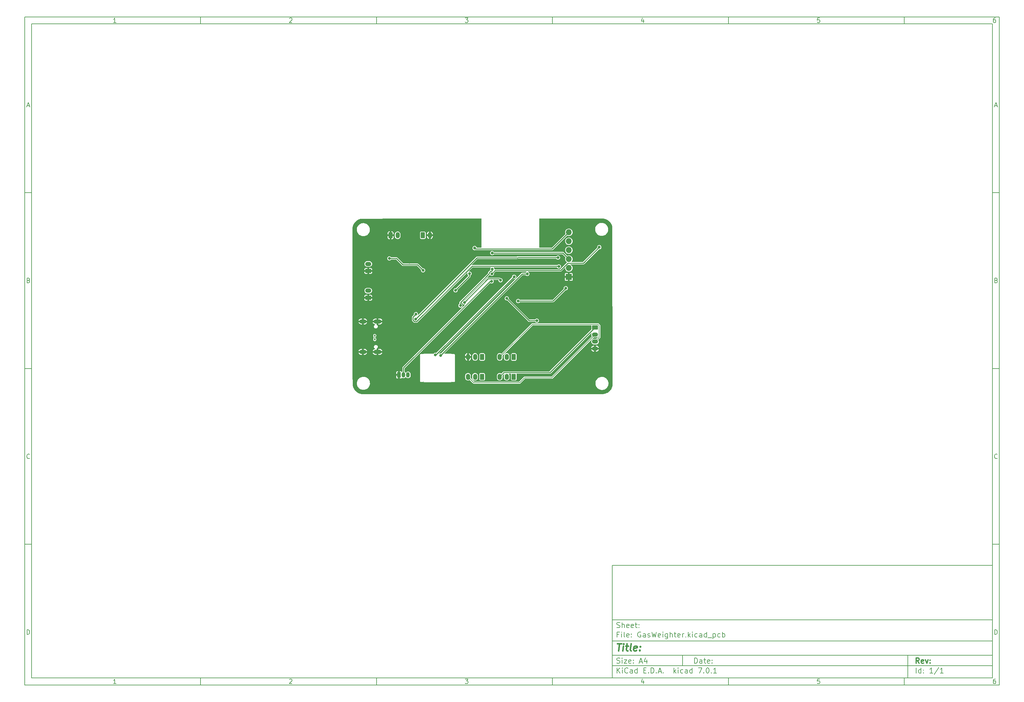
<source format=gbr>
%TF.GenerationSoftware,KiCad,Pcbnew,7.0.1*%
%TF.CreationDate,2023-11-23T19:52:31+01:00*%
%TF.ProjectId,GasWeighter,47617357-6569-4676-9874-65722e6b6963,rev?*%
%TF.SameCoordinates,Original*%
%TF.FileFunction,Copper,L2,Bot*%
%TF.FilePolarity,Positive*%
%FSLAX46Y46*%
G04 Gerber Fmt 4.6, Leading zero omitted, Abs format (unit mm)*
G04 Created by KiCad (PCBNEW 7.0.1) date 2023-11-23 19:52:31*
%MOMM*%
%LPD*%
G01*
G04 APERTURE LIST*
G04 Aperture macros list*
%AMRoundRect*
0 Rectangle with rounded corners*
0 $1 Rounding radius*
0 $2 $3 $4 $5 $6 $7 $8 $9 X,Y pos of 4 corners*
0 Add a 4 corners polygon primitive as box body*
4,1,4,$2,$3,$4,$5,$6,$7,$8,$9,$2,$3,0*
0 Add four circle primitives for the rounded corners*
1,1,$1+$1,$2,$3*
1,1,$1+$1,$4,$5*
1,1,$1+$1,$6,$7*
1,1,$1+$1,$8,$9*
0 Add four rect primitives between the rounded corners*
20,1,$1+$1,$2,$3,$4,$5,0*
20,1,$1+$1,$4,$5,$6,$7,0*
20,1,$1+$1,$6,$7,$8,$9,0*
20,1,$1+$1,$8,$9,$2,$3,0*%
G04 Aperture macros list end*
%ADD10C,0.100000*%
%ADD11C,0.150000*%
%ADD12C,0.300000*%
%ADD13C,0.400000*%
%TA.AperFunction,ComponentPad*%
%ADD14RoundRect,0.250000X-0.350000X-0.625000X0.350000X-0.625000X0.350000X0.625000X-0.350000X0.625000X0*%
%TD*%
%TA.AperFunction,ComponentPad*%
%ADD15O,1.200000X1.750000*%
%TD*%
%TA.AperFunction,ComponentPad*%
%ADD16RoundRect,0.250000X0.350000X0.625000X-0.350000X0.625000X-0.350000X-0.625000X0.350000X-0.625000X0*%
%TD*%
%TA.AperFunction,ComponentPad*%
%ADD17O,2.300000X1.200000*%
%TD*%
%TA.AperFunction,ComponentPad*%
%ADD18O,2.000000X1.200000*%
%TD*%
%TA.AperFunction,ComponentPad*%
%ADD19R,1.700000X1.700000*%
%TD*%
%TA.AperFunction,ComponentPad*%
%ADD20O,1.700000X1.700000*%
%TD*%
%TA.AperFunction,ComponentPad*%
%ADD21R,1.050000X1.500000*%
%TD*%
%TA.AperFunction,ComponentPad*%
%ADD22O,1.050000X1.500000*%
%TD*%
%TA.AperFunction,ComponentPad*%
%ADD23RoundRect,0.250000X0.625000X-0.350000X0.625000X0.350000X-0.625000X0.350000X-0.625000X-0.350000X0*%
%TD*%
%TA.AperFunction,ComponentPad*%
%ADD24O,1.750000X1.200000*%
%TD*%
%TA.AperFunction,ComponentPad*%
%ADD25RoundRect,0.250000X-0.625000X0.350000X-0.625000X-0.350000X0.625000X-0.350000X0.625000X0.350000X0*%
%TD*%
%TA.AperFunction,ViaPad*%
%ADD26C,0.800000*%
%TD*%
%TA.AperFunction,ViaPad*%
%ADD27C,0.500000*%
%TD*%
%TA.AperFunction,Conductor*%
%ADD28C,0.250000*%
%TD*%
%TA.AperFunction,Conductor*%
%ADD29C,0.200000*%
%TD*%
G04 APERTURE END LIST*
D10*
D11*
X177002200Y-166007200D02*
X285002200Y-166007200D01*
X285002200Y-198007200D01*
X177002200Y-198007200D01*
X177002200Y-166007200D01*
D10*
D11*
X10000000Y-10000000D02*
X287002200Y-10000000D01*
X287002200Y-200007200D01*
X10000000Y-200007200D01*
X10000000Y-10000000D01*
D10*
D11*
X12000000Y-12000000D02*
X285002200Y-12000000D01*
X285002200Y-198007200D01*
X12000000Y-198007200D01*
X12000000Y-12000000D01*
D10*
D11*
X60000000Y-12000000D02*
X60000000Y-10000000D01*
D10*
D11*
X110000000Y-12000000D02*
X110000000Y-10000000D01*
D10*
D11*
X160000000Y-12000000D02*
X160000000Y-10000000D01*
D10*
D11*
X210000000Y-12000000D02*
X210000000Y-10000000D01*
D10*
D11*
X260000000Y-12000000D02*
X260000000Y-10000000D01*
D10*
D11*
X35990476Y-11601404D02*
X35247619Y-11601404D01*
X35619047Y-11601404D02*
X35619047Y-10301404D01*
X35619047Y-10301404D02*
X35495238Y-10487119D01*
X35495238Y-10487119D02*
X35371428Y-10610928D01*
X35371428Y-10610928D02*
X35247619Y-10672833D01*
D10*
D11*
X85247619Y-10425214D02*
X85309523Y-10363309D01*
X85309523Y-10363309D02*
X85433333Y-10301404D01*
X85433333Y-10301404D02*
X85742857Y-10301404D01*
X85742857Y-10301404D02*
X85866666Y-10363309D01*
X85866666Y-10363309D02*
X85928571Y-10425214D01*
X85928571Y-10425214D02*
X85990476Y-10549023D01*
X85990476Y-10549023D02*
X85990476Y-10672833D01*
X85990476Y-10672833D02*
X85928571Y-10858547D01*
X85928571Y-10858547D02*
X85185714Y-11601404D01*
X85185714Y-11601404D02*
X85990476Y-11601404D01*
D10*
D11*
X135185714Y-10301404D02*
X135990476Y-10301404D01*
X135990476Y-10301404D02*
X135557142Y-10796642D01*
X135557142Y-10796642D02*
X135742857Y-10796642D01*
X135742857Y-10796642D02*
X135866666Y-10858547D01*
X135866666Y-10858547D02*
X135928571Y-10920452D01*
X135928571Y-10920452D02*
X135990476Y-11044261D01*
X135990476Y-11044261D02*
X135990476Y-11353785D01*
X135990476Y-11353785D02*
X135928571Y-11477595D01*
X135928571Y-11477595D02*
X135866666Y-11539500D01*
X135866666Y-11539500D02*
X135742857Y-11601404D01*
X135742857Y-11601404D02*
X135371428Y-11601404D01*
X135371428Y-11601404D02*
X135247619Y-11539500D01*
X135247619Y-11539500D02*
X135185714Y-11477595D01*
D10*
D11*
X185866666Y-10734738D02*
X185866666Y-11601404D01*
X185557142Y-10239500D02*
X185247619Y-11168071D01*
X185247619Y-11168071D02*
X186052380Y-11168071D01*
D10*
D11*
X235928571Y-10301404D02*
X235309523Y-10301404D01*
X235309523Y-10301404D02*
X235247619Y-10920452D01*
X235247619Y-10920452D02*
X235309523Y-10858547D01*
X235309523Y-10858547D02*
X235433333Y-10796642D01*
X235433333Y-10796642D02*
X235742857Y-10796642D01*
X235742857Y-10796642D02*
X235866666Y-10858547D01*
X235866666Y-10858547D02*
X235928571Y-10920452D01*
X235928571Y-10920452D02*
X235990476Y-11044261D01*
X235990476Y-11044261D02*
X235990476Y-11353785D01*
X235990476Y-11353785D02*
X235928571Y-11477595D01*
X235928571Y-11477595D02*
X235866666Y-11539500D01*
X235866666Y-11539500D02*
X235742857Y-11601404D01*
X235742857Y-11601404D02*
X235433333Y-11601404D01*
X235433333Y-11601404D02*
X235309523Y-11539500D01*
X235309523Y-11539500D02*
X235247619Y-11477595D01*
D10*
D11*
X285866666Y-10301404D02*
X285619047Y-10301404D01*
X285619047Y-10301404D02*
X285495238Y-10363309D01*
X285495238Y-10363309D02*
X285433333Y-10425214D01*
X285433333Y-10425214D02*
X285309523Y-10610928D01*
X285309523Y-10610928D02*
X285247619Y-10858547D01*
X285247619Y-10858547D02*
X285247619Y-11353785D01*
X285247619Y-11353785D02*
X285309523Y-11477595D01*
X285309523Y-11477595D02*
X285371428Y-11539500D01*
X285371428Y-11539500D02*
X285495238Y-11601404D01*
X285495238Y-11601404D02*
X285742857Y-11601404D01*
X285742857Y-11601404D02*
X285866666Y-11539500D01*
X285866666Y-11539500D02*
X285928571Y-11477595D01*
X285928571Y-11477595D02*
X285990476Y-11353785D01*
X285990476Y-11353785D02*
X285990476Y-11044261D01*
X285990476Y-11044261D02*
X285928571Y-10920452D01*
X285928571Y-10920452D02*
X285866666Y-10858547D01*
X285866666Y-10858547D02*
X285742857Y-10796642D01*
X285742857Y-10796642D02*
X285495238Y-10796642D01*
X285495238Y-10796642D02*
X285371428Y-10858547D01*
X285371428Y-10858547D02*
X285309523Y-10920452D01*
X285309523Y-10920452D02*
X285247619Y-11044261D01*
D10*
D11*
X60000000Y-198007200D02*
X60000000Y-200007200D01*
D10*
D11*
X110000000Y-198007200D02*
X110000000Y-200007200D01*
D10*
D11*
X160000000Y-198007200D02*
X160000000Y-200007200D01*
D10*
D11*
X210000000Y-198007200D02*
X210000000Y-200007200D01*
D10*
D11*
X260000000Y-198007200D02*
X260000000Y-200007200D01*
D10*
D11*
X35990476Y-199608604D02*
X35247619Y-199608604D01*
X35619047Y-199608604D02*
X35619047Y-198308604D01*
X35619047Y-198308604D02*
X35495238Y-198494319D01*
X35495238Y-198494319D02*
X35371428Y-198618128D01*
X35371428Y-198618128D02*
X35247619Y-198680033D01*
D10*
D11*
X85247619Y-198432414D02*
X85309523Y-198370509D01*
X85309523Y-198370509D02*
X85433333Y-198308604D01*
X85433333Y-198308604D02*
X85742857Y-198308604D01*
X85742857Y-198308604D02*
X85866666Y-198370509D01*
X85866666Y-198370509D02*
X85928571Y-198432414D01*
X85928571Y-198432414D02*
X85990476Y-198556223D01*
X85990476Y-198556223D02*
X85990476Y-198680033D01*
X85990476Y-198680033D02*
X85928571Y-198865747D01*
X85928571Y-198865747D02*
X85185714Y-199608604D01*
X85185714Y-199608604D02*
X85990476Y-199608604D01*
D10*
D11*
X135185714Y-198308604D02*
X135990476Y-198308604D01*
X135990476Y-198308604D02*
X135557142Y-198803842D01*
X135557142Y-198803842D02*
X135742857Y-198803842D01*
X135742857Y-198803842D02*
X135866666Y-198865747D01*
X135866666Y-198865747D02*
X135928571Y-198927652D01*
X135928571Y-198927652D02*
X135990476Y-199051461D01*
X135990476Y-199051461D02*
X135990476Y-199360985D01*
X135990476Y-199360985D02*
X135928571Y-199484795D01*
X135928571Y-199484795D02*
X135866666Y-199546700D01*
X135866666Y-199546700D02*
X135742857Y-199608604D01*
X135742857Y-199608604D02*
X135371428Y-199608604D01*
X135371428Y-199608604D02*
X135247619Y-199546700D01*
X135247619Y-199546700D02*
X135185714Y-199484795D01*
D10*
D11*
X185866666Y-198741938D02*
X185866666Y-199608604D01*
X185557142Y-198246700D02*
X185247619Y-199175271D01*
X185247619Y-199175271D02*
X186052380Y-199175271D01*
D10*
D11*
X235928571Y-198308604D02*
X235309523Y-198308604D01*
X235309523Y-198308604D02*
X235247619Y-198927652D01*
X235247619Y-198927652D02*
X235309523Y-198865747D01*
X235309523Y-198865747D02*
X235433333Y-198803842D01*
X235433333Y-198803842D02*
X235742857Y-198803842D01*
X235742857Y-198803842D02*
X235866666Y-198865747D01*
X235866666Y-198865747D02*
X235928571Y-198927652D01*
X235928571Y-198927652D02*
X235990476Y-199051461D01*
X235990476Y-199051461D02*
X235990476Y-199360985D01*
X235990476Y-199360985D02*
X235928571Y-199484795D01*
X235928571Y-199484795D02*
X235866666Y-199546700D01*
X235866666Y-199546700D02*
X235742857Y-199608604D01*
X235742857Y-199608604D02*
X235433333Y-199608604D01*
X235433333Y-199608604D02*
X235309523Y-199546700D01*
X235309523Y-199546700D02*
X235247619Y-199484795D01*
D10*
D11*
X285866666Y-198308604D02*
X285619047Y-198308604D01*
X285619047Y-198308604D02*
X285495238Y-198370509D01*
X285495238Y-198370509D02*
X285433333Y-198432414D01*
X285433333Y-198432414D02*
X285309523Y-198618128D01*
X285309523Y-198618128D02*
X285247619Y-198865747D01*
X285247619Y-198865747D02*
X285247619Y-199360985D01*
X285247619Y-199360985D02*
X285309523Y-199484795D01*
X285309523Y-199484795D02*
X285371428Y-199546700D01*
X285371428Y-199546700D02*
X285495238Y-199608604D01*
X285495238Y-199608604D02*
X285742857Y-199608604D01*
X285742857Y-199608604D02*
X285866666Y-199546700D01*
X285866666Y-199546700D02*
X285928571Y-199484795D01*
X285928571Y-199484795D02*
X285990476Y-199360985D01*
X285990476Y-199360985D02*
X285990476Y-199051461D01*
X285990476Y-199051461D02*
X285928571Y-198927652D01*
X285928571Y-198927652D02*
X285866666Y-198865747D01*
X285866666Y-198865747D02*
X285742857Y-198803842D01*
X285742857Y-198803842D02*
X285495238Y-198803842D01*
X285495238Y-198803842D02*
X285371428Y-198865747D01*
X285371428Y-198865747D02*
X285309523Y-198927652D01*
X285309523Y-198927652D02*
X285247619Y-199051461D01*
D10*
D11*
X10000000Y-60000000D02*
X12000000Y-60000000D01*
D10*
D11*
X10000000Y-110000000D02*
X12000000Y-110000000D01*
D10*
D11*
X10000000Y-160000000D02*
X12000000Y-160000000D01*
D10*
D11*
X10690476Y-35229976D02*
X11309523Y-35229976D01*
X10566666Y-35601404D02*
X10999999Y-34301404D01*
X10999999Y-34301404D02*
X11433333Y-35601404D01*
D10*
D11*
X11092857Y-84920452D02*
X11278571Y-84982357D01*
X11278571Y-84982357D02*
X11340476Y-85044261D01*
X11340476Y-85044261D02*
X11402380Y-85168071D01*
X11402380Y-85168071D02*
X11402380Y-85353785D01*
X11402380Y-85353785D02*
X11340476Y-85477595D01*
X11340476Y-85477595D02*
X11278571Y-85539500D01*
X11278571Y-85539500D02*
X11154761Y-85601404D01*
X11154761Y-85601404D02*
X10659523Y-85601404D01*
X10659523Y-85601404D02*
X10659523Y-84301404D01*
X10659523Y-84301404D02*
X11092857Y-84301404D01*
X11092857Y-84301404D02*
X11216666Y-84363309D01*
X11216666Y-84363309D02*
X11278571Y-84425214D01*
X11278571Y-84425214D02*
X11340476Y-84549023D01*
X11340476Y-84549023D02*
X11340476Y-84672833D01*
X11340476Y-84672833D02*
X11278571Y-84796642D01*
X11278571Y-84796642D02*
X11216666Y-84858547D01*
X11216666Y-84858547D02*
X11092857Y-84920452D01*
X11092857Y-84920452D02*
X10659523Y-84920452D01*
D10*
D11*
X11402380Y-135477595D02*
X11340476Y-135539500D01*
X11340476Y-135539500D02*
X11154761Y-135601404D01*
X11154761Y-135601404D02*
X11030952Y-135601404D01*
X11030952Y-135601404D02*
X10845238Y-135539500D01*
X10845238Y-135539500D02*
X10721428Y-135415690D01*
X10721428Y-135415690D02*
X10659523Y-135291880D01*
X10659523Y-135291880D02*
X10597619Y-135044261D01*
X10597619Y-135044261D02*
X10597619Y-134858547D01*
X10597619Y-134858547D02*
X10659523Y-134610928D01*
X10659523Y-134610928D02*
X10721428Y-134487119D01*
X10721428Y-134487119D02*
X10845238Y-134363309D01*
X10845238Y-134363309D02*
X11030952Y-134301404D01*
X11030952Y-134301404D02*
X11154761Y-134301404D01*
X11154761Y-134301404D02*
X11340476Y-134363309D01*
X11340476Y-134363309D02*
X11402380Y-134425214D01*
D10*
D11*
X10659523Y-185601404D02*
X10659523Y-184301404D01*
X10659523Y-184301404D02*
X10969047Y-184301404D01*
X10969047Y-184301404D02*
X11154761Y-184363309D01*
X11154761Y-184363309D02*
X11278571Y-184487119D01*
X11278571Y-184487119D02*
X11340476Y-184610928D01*
X11340476Y-184610928D02*
X11402380Y-184858547D01*
X11402380Y-184858547D02*
X11402380Y-185044261D01*
X11402380Y-185044261D02*
X11340476Y-185291880D01*
X11340476Y-185291880D02*
X11278571Y-185415690D01*
X11278571Y-185415690D02*
X11154761Y-185539500D01*
X11154761Y-185539500D02*
X10969047Y-185601404D01*
X10969047Y-185601404D02*
X10659523Y-185601404D01*
D10*
D11*
X287002200Y-60000000D02*
X285002200Y-60000000D01*
D10*
D11*
X287002200Y-110000000D02*
X285002200Y-110000000D01*
D10*
D11*
X287002200Y-160000000D02*
X285002200Y-160000000D01*
D10*
D11*
X285692676Y-35229976D02*
X286311723Y-35229976D01*
X285568866Y-35601404D02*
X286002199Y-34301404D01*
X286002199Y-34301404D02*
X286435533Y-35601404D01*
D10*
D11*
X286095057Y-84920452D02*
X286280771Y-84982357D01*
X286280771Y-84982357D02*
X286342676Y-85044261D01*
X286342676Y-85044261D02*
X286404580Y-85168071D01*
X286404580Y-85168071D02*
X286404580Y-85353785D01*
X286404580Y-85353785D02*
X286342676Y-85477595D01*
X286342676Y-85477595D02*
X286280771Y-85539500D01*
X286280771Y-85539500D02*
X286156961Y-85601404D01*
X286156961Y-85601404D02*
X285661723Y-85601404D01*
X285661723Y-85601404D02*
X285661723Y-84301404D01*
X285661723Y-84301404D02*
X286095057Y-84301404D01*
X286095057Y-84301404D02*
X286218866Y-84363309D01*
X286218866Y-84363309D02*
X286280771Y-84425214D01*
X286280771Y-84425214D02*
X286342676Y-84549023D01*
X286342676Y-84549023D02*
X286342676Y-84672833D01*
X286342676Y-84672833D02*
X286280771Y-84796642D01*
X286280771Y-84796642D02*
X286218866Y-84858547D01*
X286218866Y-84858547D02*
X286095057Y-84920452D01*
X286095057Y-84920452D02*
X285661723Y-84920452D01*
D10*
D11*
X286404580Y-135477595D02*
X286342676Y-135539500D01*
X286342676Y-135539500D02*
X286156961Y-135601404D01*
X286156961Y-135601404D02*
X286033152Y-135601404D01*
X286033152Y-135601404D02*
X285847438Y-135539500D01*
X285847438Y-135539500D02*
X285723628Y-135415690D01*
X285723628Y-135415690D02*
X285661723Y-135291880D01*
X285661723Y-135291880D02*
X285599819Y-135044261D01*
X285599819Y-135044261D02*
X285599819Y-134858547D01*
X285599819Y-134858547D02*
X285661723Y-134610928D01*
X285661723Y-134610928D02*
X285723628Y-134487119D01*
X285723628Y-134487119D02*
X285847438Y-134363309D01*
X285847438Y-134363309D02*
X286033152Y-134301404D01*
X286033152Y-134301404D02*
X286156961Y-134301404D01*
X286156961Y-134301404D02*
X286342676Y-134363309D01*
X286342676Y-134363309D02*
X286404580Y-134425214D01*
D10*
D11*
X285661723Y-185601404D02*
X285661723Y-184301404D01*
X285661723Y-184301404D02*
X285971247Y-184301404D01*
X285971247Y-184301404D02*
X286156961Y-184363309D01*
X286156961Y-184363309D02*
X286280771Y-184487119D01*
X286280771Y-184487119D02*
X286342676Y-184610928D01*
X286342676Y-184610928D02*
X286404580Y-184858547D01*
X286404580Y-184858547D02*
X286404580Y-185044261D01*
X286404580Y-185044261D02*
X286342676Y-185291880D01*
X286342676Y-185291880D02*
X286280771Y-185415690D01*
X286280771Y-185415690D02*
X286156961Y-185539500D01*
X286156961Y-185539500D02*
X285971247Y-185601404D01*
X285971247Y-185601404D02*
X285661723Y-185601404D01*
D10*
D11*
X200359342Y-193801128D02*
X200359342Y-192301128D01*
X200359342Y-192301128D02*
X200716485Y-192301128D01*
X200716485Y-192301128D02*
X200930771Y-192372557D01*
X200930771Y-192372557D02*
X201073628Y-192515414D01*
X201073628Y-192515414D02*
X201145057Y-192658271D01*
X201145057Y-192658271D02*
X201216485Y-192943985D01*
X201216485Y-192943985D02*
X201216485Y-193158271D01*
X201216485Y-193158271D02*
X201145057Y-193443985D01*
X201145057Y-193443985D02*
X201073628Y-193586842D01*
X201073628Y-193586842D02*
X200930771Y-193729700D01*
X200930771Y-193729700D02*
X200716485Y-193801128D01*
X200716485Y-193801128D02*
X200359342Y-193801128D01*
X202502200Y-193801128D02*
X202502200Y-193015414D01*
X202502200Y-193015414D02*
X202430771Y-192872557D01*
X202430771Y-192872557D02*
X202287914Y-192801128D01*
X202287914Y-192801128D02*
X202002200Y-192801128D01*
X202002200Y-192801128D02*
X201859342Y-192872557D01*
X202502200Y-193729700D02*
X202359342Y-193801128D01*
X202359342Y-193801128D02*
X202002200Y-193801128D01*
X202002200Y-193801128D02*
X201859342Y-193729700D01*
X201859342Y-193729700D02*
X201787914Y-193586842D01*
X201787914Y-193586842D02*
X201787914Y-193443985D01*
X201787914Y-193443985D02*
X201859342Y-193301128D01*
X201859342Y-193301128D02*
X202002200Y-193229700D01*
X202002200Y-193229700D02*
X202359342Y-193229700D01*
X202359342Y-193229700D02*
X202502200Y-193158271D01*
X203002200Y-192801128D02*
X203573628Y-192801128D01*
X203216485Y-192301128D02*
X203216485Y-193586842D01*
X203216485Y-193586842D02*
X203287914Y-193729700D01*
X203287914Y-193729700D02*
X203430771Y-193801128D01*
X203430771Y-193801128D02*
X203573628Y-193801128D01*
X204645057Y-193729700D02*
X204502200Y-193801128D01*
X204502200Y-193801128D02*
X204216486Y-193801128D01*
X204216486Y-193801128D02*
X204073628Y-193729700D01*
X204073628Y-193729700D02*
X204002200Y-193586842D01*
X204002200Y-193586842D02*
X204002200Y-193015414D01*
X204002200Y-193015414D02*
X204073628Y-192872557D01*
X204073628Y-192872557D02*
X204216486Y-192801128D01*
X204216486Y-192801128D02*
X204502200Y-192801128D01*
X204502200Y-192801128D02*
X204645057Y-192872557D01*
X204645057Y-192872557D02*
X204716486Y-193015414D01*
X204716486Y-193015414D02*
X204716486Y-193158271D01*
X204716486Y-193158271D02*
X204002200Y-193301128D01*
X205359342Y-193658271D02*
X205430771Y-193729700D01*
X205430771Y-193729700D02*
X205359342Y-193801128D01*
X205359342Y-193801128D02*
X205287914Y-193729700D01*
X205287914Y-193729700D02*
X205359342Y-193658271D01*
X205359342Y-193658271D02*
X205359342Y-193801128D01*
X205359342Y-192872557D02*
X205430771Y-192943985D01*
X205430771Y-192943985D02*
X205359342Y-193015414D01*
X205359342Y-193015414D02*
X205287914Y-192943985D01*
X205287914Y-192943985D02*
X205359342Y-192872557D01*
X205359342Y-192872557D02*
X205359342Y-193015414D01*
D10*
D11*
X177002200Y-194507200D02*
X285002200Y-194507200D01*
D10*
D11*
X178359342Y-196601128D02*
X178359342Y-195101128D01*
X179216485Y-196601128D02*
X178573628Y-195743985D01*
X179216485Y-195101128D02*
X178359342Y-195958271D01*
X179859342Y-196601128D02*
X179859342Y-195601128D01*
X179859342Y-195101128D02*
X179787914Y-195172557D01*
X179787914Y-195172557D02*
X179859342Y-195243985D01*
X179859342Y-195243985D02*
X179930771Y-195172557D01*
X179930771Y-195172557D02*
X179859342Y-195101128D01*
X179859342Y-195101128D02*
X179859342Y-195243985D01*
X181430771Y-196458271D02*
X181359343Y-196529700D01*
X181359343Y-196529700D02*
X181145057Y-196601128D01*
X181145057Y-196601128D02*
X181002200Y-196601128D01*
X181002200Y-196601128D02*
X180787914Y-196529700D01*
X180787914Y-196529700D02*
X180645057Y-196386842D01*
X180645057Y-196386842D02*
X180573628Y-196243985D01*
X180573628Y-196243985D02*
X180502200Y-195958271D01*
X180502200Y-195958271D02*
X180502200Y-195743985D01*
X180502200Y-195743985D02*
X180573628Y-195458271D01*
X180573628Y-195458271D02*
X180645057Y-195315414D01*
X180645057Y-195315414D02*
X180787914Y-195172557D01*
X180787914Y-195172557D02*
X181002200Y-195101128D01*
X181002200Y-195101128D02*
X181145057Y-195101128D01*
X181145057Y-195101128D02*
X181359343Y-195172557D01*
X181359343Y-195172557D02*
X181430771Y-195243985D01*
X182716486Y-196601128D02*
X182716486Y-195815414D01*
X182716486Y-195815414D02*
X182645057Y-195672557D01*
X182645057Y-195672557D02*
X182502200Y-195601128D01*
X182502200Y-195601128D02*
X182216486Y-195601128D01*
X182216486Y-195601128D02*
X182073628Y-195672557D01*
X182716486Y-196529700D02*
X182573628Y-196601128D01*
X182573628Y-196601128D02*
X182216486Y-196601128D01*
X182216486Y-196601128D02*
X182073628Y-196529700D01*
X182073628Y-196529700D02*
X182002200Y-196386842D01*
X182002200Y-196386842D02*
X182002200Y-196243985D01*
X182002200Y-196243985D02*
X182073628Y-196101128D01*
X182073628Y-196101128D02*
X182216486Y-196029700D01*
X182216486Y-196029700D02*
X182573628Y-196029700D01*
X182573628Y-196029700D02*
X182716486Y-195958271D01*
X184073629Y-196601128D02*
X184073629Y-195101128D01*
X184073629Y-196529700D02*
X183930771Y-196601128D01*
X183930771Y-196601128D02*
X183645057Y-196601128D01*
X183645057Y-196601128D02*
X183502200Y-196529700D01*
X183502200Y-196529700D02*
X183430771Y-196458271D01*
X183430771Y-196458271D02*
X183359343Y-196315414D01*
X183359343Y-196315414D02*
X183359343Y-195886842D01*
X183359343Y-195886842D02*
X183430771Y-195743985D01*
X183430771Y-195743985D02*
X183502200Y-195672557D01*
X183502200Y-195672557D02*
X183645057Y-195601128D01*
X183645057Y-195601128D02*
X183930771Y-195601128D01*
X183930771Y-195601128D02*
X184073629Y-195672557D01*
X185930771Y-195815414D02*
X186430771Y-195815414D01*
X186645057Y-196601128D02*
X185930771Y-196601128D01*
X185930771Y-196601128D02*
X185930771Y-195101128D01*
X185930771Y-195101128D02*
X186645057Y-195101128D01*
X187287914Y-196458271D02*
X187359343Y-196529700D01*
X187359343Y-196529700D02*
X187287914Y-196601128D01*
X187287914Y-196601128D02*
X187216486Y-196529700D01*
X187216486Y-196529700D02*
X187287914Y-196458271D01*
X187287914Y-196458271D02*
X187287914Y-196601128D01*
X188002200Y-196601128D02*
X188002200Y-195101128D01*
X188002200Y-195101128D02*
X188359343Y-195101128D01*
X188359343Y-195101128D02*
X188573629Y-195172557D01*
X188573629Y-195172557D02*
X188716486Y-195315414D01*
X188716486Y-195315414D02*
X188787915Y-195458271D01*
X188787915Y-195458271D02*
X188859343Y-195743985D01*
X188859343Y-195743985D02*
X188859343Y-195958271D01*
X188859343Y-195958271D02*
X188787915Y-196243985D01*
X188787915Y-196243985D02*
X188716486Y-196386842D01*
X188716486Y-196386842D02*
X188573629Y-196529700D01*
X188573629Y-196529700D02*
X188359343Y-196601128D01*
X188359343Y-196601128D02*
X188002200Y-196601128D01*
X189502200Y-196458271D02*
X189573629Y-196529700D01*
X189573629Y-196529700D02*
X189502200Y-196601128D01*
X189502200Y-196601128D02*
X189430772Y-196529700D01*
X189430772Y-196529700D02*
X189502200Y-196458271D01*
X189502200Y-196458271D02*
X189502200Y-196601128D01*
X190145058Y-196172557D02*
X190859344Y-196172557D01*
X190002201Y-196601128D02*
X190502201Y-195101128D01*
X190502201Y-195101128D02*
X191002201Y-196601128D01*
X191502200Y-196458271D02*
X191573629Y-196529700D01*
X191573629Y-196529700D02*
X191502200Y-196601128D01*
X191502200Y-196601128D02*
X191430772Y-196529700D01*
X191430772Y-196529700D02*
X191502200Y-196458271D01*
X191502200Y-196458271D02*
X191502200Y-196601128D01*
X194502200Y-196601128D02*
X194502200Y-195101128D01*
X194645058Y-196029700D02*
X195073629Y-196601128D01*
X195073629Y-195601128D02*
X194502200Y-196172557D01*
X195716486Y-196601128D02*
X195716486Y-195601128D01*
X195716486Y-195101128D02*
X195645058Y-195172557D01*
X195645058Y-195172557D02*
X195716486Y-195243985D01*
X195716486Y-195243985D02*
X195787915Y-195172557D01*
X195787915Y-195172557D02*
X195716486Y-195101128D01*
X195716486Y-195101128D02*
X195716486Y-195243985D01*
X197073630Y-196529700D02*
X196930772Y-196601128D01*
X196930772Y-196601128D02*
X196645058Y-196601128D01*
X196645058Y-196601128D02*
X196502201Y-196529700D01*
X196502201Y-196529700D02*
X196430772Y-196458271D01*
X196430772Y-196458271D02*
X196359344Y-196315414D01*
X196359344Y-196315414D02*
X196359344Y-195886842D01*
X196359344Y-195886842D02*
X196430772Y-195743985D01*
X196430772Y-195743985D02*
X196502201Y-195672557D01*
X196502201Y-195672557D02*
X196645058Y-195601128D01*
X196645058Y-195601128D02*
X196930772Y-195601128D01*
X196930772Y-195601128D02*
X197073630Y-195672557D01*
X198359344Y-196601128D02*
X198359344Y-195815414D01*
X198359344Y-195815414D02*
X198287915Y-195672557D01*
X198287915Y-195672557D02*
X198145058Y-195601128D01*
X198145058Y-195601128D02*
X197859344Y-195601128D01*
X197859344Y-195601128D02*
X197716486Y-195672557D01*
X198359344Y-196529700D02*
X198216486Y-196601128D01*
X198216486Y-196601128D02*
X197859344Y-196601128D01*
X197859344Y-196601128D02*
X197716486Y-196529700D01*
X197716486Y-196529700D02*
X197645058Y-196386842D01*
X197645058Y-196386842D02*
X197645058Y-196243985D01*
X197645058Y-196243985D02*
X197716486Y-196101128D01*
X197716486Y-196101128D02*
X197859344Y-196029700D01*
X197859344Y-196029700D02*
X198216486Y-196029700D01*
X198216486Y-196029700D02*
X198359344Y-195958271D01*
X199716487Y-196601128D02*
X199716487Y-195101128D01*
X199716487Y-196529700D02*
X199573629Y-196601128D01*
X199573629Y-196601128D02*
X199287915Y-196601128D01*
X199287915Y-196601128D02*
X199145058Y-196529700D01*
X199145058Y-196529700D02*
X199073629Y-196458271D01*
X199073629Y-196458271D02*
X199002201Y-196315414D01*
X199002201Y-196315414D02*
X199002201Y-195886842D01*
X199002201Y-195886842D02*
X199073629Y-195743985D01*
X199073629Y-195743985D02*
X199145058Y-195672557D01*
X199145058Y-195672557D02*
X199287915Y-195601128D01*
X199287915Y-195601128D02*
X199573629Y-195601128D01*
X199573629Y-195601128D02*
X199716487Y-195672557D01*
X201430772Y-195101128D02*
X202430772Y-195101128D01*
X202430772Y-195101128D02*
X201787915Y-196601128D01*
X203002200Y-196458271D02*
X203073629Y-196529700D01*
X203073629Y-196529700D02*
X203002200Y-196601128D01*
X203002200Y-196601128D02*
X202930772Y-196529700D01*
X202930772Y-196529700D02*
X203002200Y-196458271D01*
X203002200Y-196458271D02*
X203002200Y-196601128D01*
X204002201Y-195101128D02*
X204145058Y-195101128D01*
X204145058Y-195101128D02*
X204287915Y-195172557D01*
X204287915Y-195172557D02*
X204359344Y-195243985D01*
X204359344Y-195243985D02*
X204430772Y-195386842D01*
X204430772Y-195386842D02*
X204502201Y-195672557D01*
X204502201Y-195672557D02*
X204502201Y-196029700D01*
X204502201Y-196029700D02*
X204430772Y-196315414D01*
X204430772Y-196315414D02*
X204359344Y-196458271D01*
X204359344Y-196458271D02*
X204287915Y-196529700D01*
X204287915Y-196529700D02*
X204145058Y-196601128D01*
X204145058Y-196601128D02*
X204002201Y-196601128D01*
X204002201Y-196601128D02*
X203859344Y-196529700D01*
X203859344Y-196529700D02*
X203787915Y-196458271D01*
X203787915Y-196458271D02*
X203716486Y-196315414D01*
X203716486Y-196315414D02*
X203645058Y-196029700D01*
X203645058Y-196029700D02*
X203645058Y-195672557D01*
X203645058Y-195672557D02*
X203716486Y-195386842D01*
X203716486Y-195386842D02*
X203787915Y-195243985D01*
X203787915Y-195243985D02*
X203859344Y-195172557D01*
X203859344Y-195172557D02*
X204002201Y-195101128D01*
X205145057Y-196458271D02*
X205216486Y-196529700D01*
X205216486Y-196529700D02*
X205145057Y-196601128D01*
X205145057Y-196601128D02*
X205073629Y-196529700D01*
X205073629Y-196529700D02*
X205145057Y-196458271D01*
X205145057Y-196458271D02*
X205145057Y-196601128D01*
X206645058Y-196601128D02*
X205787915Y-196601128D01*
X206216486Y-196601128D02*
X206216486Y-195101128D01*
X206216486Y-195101128D02*
X206073629Y-195315414D01*
X206073629Y-195315414D02*
X205930772Y-195458271D01*
X205930772Y-195458271D02*
X205787915Y-195529700D01*
D10*
D11*
X177002200Y-191507200D02*
X285002200Y-191507200D01*
D10*
D12*
X264216485Y-193801128D02*
X263716485Y-193086842D01*
X263359342Y-193801128D02*
X263359342Y-192301128D01*
X263359342Y-192301128D02*
X263930771Y-192301128D01*
X263930771Y-192301128D02*
X264073628Y-192372557D01*
X264073628Y-192372557D02*
X264145057Y-192443985D01*
X264145057Y-192443985D02*
X264216485Y-192586842D01*
X264216485Y-192586842D02*
X264216485Y-192801128D01*
X264216485Y-192801128D02*
X264145057Y-192943985D01*
X264145057Y-192943985D02*
X264073628Y-193015414D01*
X264073628Y-193015414D02*
X263930771Y-193086842D01*
X263930771Y-193086842D02*
X263359342Y-193086842D01*
X265430771Y-193729700D02*
X265287914Y-193801128D01*
X265287914Y-193801128D02*
X265002200Y-193801128D01*
X265002200Y-193801128D02*
X264859342Y-193729700D01*
X264859342Y-193729700D02*
X264787914Y-193586842D01*
X264787914Y-193586842D02*
X264787914Y-193015414D01*
X264787914Y-193015414D02*
X264859342Y-192872557D01*
X264859342Y-192872557D02*
X265002200Y-192801128D01*
X265002200Y-192801128D02*
X265287914Y-192801128D01*
X265287914Y-192801128D02*
X265430771Y-192872557D01*
X265430771Y-192872557D02*
X265502200Y-193015414D01*
X265502200Y-193015414D02*
X265502200Y-193158271D01*
X265502200Y-193158271D02*
X264787914Y-193301128D01*
X266002199Y-192801128D02*
X266359342Y-193801128D01*
X266359342Y-193801128D02*
X266716485Y-192801128D01*
X267287913Y-193658271D02*
X267359342Y-193729700D01*
X267359342Y-193729700D02*
X267287913Y-193801128D01*
X267287913Y-193801128D02*
X267216485Y-193729700D01*
X267216485Y-193729700D02*
X267287913Y-193658271D01*
X267287913Y-193658271D02*
X267287913Y-193801128D01*
X267287913Y-192872557D02*
X267359342Y-192943985D01*
X267359342Y-192943985D02*
X267287913Y-193015414D01*
X267287913Y-193015414D02*
X267216485Y-192943985D01*
X267216485Y-192943985D02*
X267287913Y-192872557D01*
X267287913Y-192872557D02*
X267287913Y-193015414D01*
D10*
D11*
X178287914Y-193729700D02*
X178502200Y-193801128D01*
X178502200Y-193801128D02*
X178859342Y-193801128D01*
X178859342Y-193801128D02*
X179002200Y-193729700D01*
X179002200Y-193729700D02*
X179073628Y-193658271D01*
X179073628Y-193658271D02*
X179145057Y-193515414D01*
X179145057Y-193515414D02*
X179145057Y-193372557D01*
X179145057Y-193372557D02*
X179073628Y-193229700D01*
X179073628Y-193229700D02*
X179002200Y-193158271D01*
X179002200Y-193158271D02*
X178859342Y-193086842D01*
X178859342Y-193086842D02*
X178573628Y-193015414D01*
X178573628Y-193015414D02*
X178430771Y-192943985D01*
X178430771Y-192943985D02*
X178359342Y-192872557D01*
X178359342Y-192872557D02*
X178287914Y-192729700D01*
X178287914Y-192729700D02*
X178287914Y-192586842D01*
X178287914Y-192586842D02*
X178359342Y-192443985D01*
X178359342Y-192443985D02*
X178430771Y-192372557D01*
X178430771Y-192372557D02*
X178573628Y-192301128D01*
X178573628Y-192301128D02*
X178930771Y-192301128D01*
X178930771Y-192301128D02*
X179145057Y-192372557D01*
X179787913Y-193801128D02*
X179787913Y-192801128D01*
X179787913Y-192301128D02*
X179716485Y-192372557D01*
X179716485Y-192372557D02*
X179787913Y-192443985D01*
X179787913Y-192443985D02*
X179859342Y-192372557D01*
X179859342Y-192372557D02*
X179787913Y-192301128D01*
X179787913Y-192301128D02*
X179787913Y-192443985D01*
X180359342Y-192801128D02*
X181145057Y-192801128D01*
X181145057Y-192801128D02*
X180359342Y-193801128D01*
X180359342Y-193801128D02*
X181145057Y-193801128D01*
X182287914Y-193729700D02*
X182145057Y-193801128D01*
X182145057Y-193801128D02*
X181859343Y-193801128D01*
X181859343Y-193801128D02*
X181716485Y-193729700D01*
X181716485Y-193729700D02*
X181645057Y-193586842D01*
X181645057Y-193586842D02*
X181645057Y-193015414D01*
X181645057Y-193015414D02*
X181716485Y-192872557D01*
X181716485Y-192872557D02*
X181859343Y-192801128D01*
X181859343Y-192801128D02*
X182145057Y-192801128D01*
X182145057Y-192801128D02*
X182287914Y-192872557D01*
X182287914Y-192872557D02*
X182359343Y-193015414D01*
X182359343Y-193015414D02*
X182359343Y-193158271D01*
X182359343Y-193158271D02*
X181645057Y-193301128D01*
X183002199Y-193658271D02*
X183073628Y-193729700D01*
X183073628Y-193729700D02*
X183002199Y-193801128D01*
X183002199Y-193801128D02*
X182930771Y-193729700D01*
X182930771Y-193729700D02*
X183002199Y-193658271D01*
X183002199Y-193658271D02*
X183002199Y-193801128D01*
X183002199Y-192872557D02*
X183073628Y-192943985D01*
X183073628Y-192943985D02*
X183002199Y-193015414D01*
X183002199Y-193015414D02*
X182930771Y-192943985D01*
X182930771Y-192943985D02*
X183002199Y-192872557D01*
X183002199Y-192872557D02*
X183002199Y-193015414D01*
X184787914Y-193372557D02*
X185502200Y-193372557D01*
X184645057Y-193801128D02*
X185145057Y-192301128D01*
X185145057Y-192301128D02*
X185645057Y-193801128D01*
X186787914Y-192801128D02*
X186787914Y-193801128D01*
X186430771Y-192229700D02*
X186073628Y-193301128D01*
X186073628Y-193301128D02*
X187002199Y-193301128D01*
D10*
D11*
X263359342Y-196601128D02*
X263359342Y-195101128D01*
X264716486Y-196601128D02*
X264716486Y-195101128D01*
X264716486Y-196529700D02*
X264573628Y-196601128D01*
X264573628Y-196601128D02*
X264287914Y-196601128D01*
X264287914Y-196601128D02*
X264145057Y-196529700D01*
X264145057Y-196529700D02*
X264073628Y-196458271D01*
X264073628Y-196458271D02*
X264002200Y-196315414D01*
X264002200Y-196315414D02*
X264002200Y-195886842D01*
X264002200Y-195886842D02*
X264073628Y-195743985D01*
X264073628Y-195743985D02*
X264145057Y-195672557D01*
X264145057Y-195672557D02*
X264287914Y-195601128D01*
X264287914Y-195601128D02*
X264573628Y-195601128D01*
X264573628Y-195601128D02*
X264716486Y-195672557D01*
X265430771Y-196458271D02*
X265502200Y-196529700D01*
X265502200Y-196529700D02*
X265430771Y-196601128D01*
X265430771Y-196601128D02*
X265359343Y-196529700D01*
X265359343Y-196529700D02*
X265430771Y-196458271D01*
X265430771Y-196458271D02*
X265430771Y-196601128D01*
X265430771Y-195672557D02*
X265502200Y-195743985D01*
X265502200Y-195743985D02*
X265430771Y-195815414D01*
X265430771Y-195815414D02*
X265359343Y-195743985D01*
X265359343Y-195743985D02*
X265430771Y-195672557D01*
X265430771Y-195672557D02*
X265430771Y-195815414D01*
X268073629Y-196601128D02*
X267216486Y-196601128D01*
X267645057Y-196601128D02*
X267645057Y-195101128D01*
X267645057Y-195101128D02*
X267502200Y-195315414D01*
X267502200Y-195315414D02*
X267359343Y-195458271D01*
X267359343Y-195458271D02*
X267216486Y-195529700D01*
X269787914Y-195029700D02*
X268502200Y-196958271D01*
X271073629Y-196601128D02*
X270216486Y-196601128D01*
X270645057Y-196601128D02*
X270645057Y-195101128D01*
X270645057Y-195101128D02*
X270502200Y-195315414D01*
X270502200Y-195315414D02*
X270359343Y-195458271D01*
X270359343Y-195458271D02*
X270216486Y-195529700D01*
D10*
D11*
X177002200Y-187507200D02*
X285002200Y-187507200D01*
D10*
D13*
X178430771Y-188232438D02*
X179573628Y-188232438D01*
X178752200Y-190232438D02*
X179002200Y-188232438D01*
X179978390Y-190232438D02*
X180145057Y-188899104D01*
X180228390Y-188232438D02*
X180121247Y-188327676D01*
X180121247Y-188327676D02*
X180204581Y-188422914D01*
X180204581Y-188422914D02*
X180311724Y-188327676D01*
X180311724Y-188327676D02*
X180228390Y-188232438D01*
X180228390Y-188232438D02*
X180204581Y-188422914D01*
X180799819Y-188899104D02*
X181561723Y-188899104D01*
X181168866Y-188232438D02*
X180954581Y-189946723D01*
X180954581Y-189946723D02*
X181026009Y-190137200D01*
X181026009Y-190137200D02*
X181204581Y-190232438D01*
X181204581Y-190232438D02*
X181395057Y-190232438D01*
X182335533Y-190232438D02*
X182156961Y-190137200D01*
X182156961Y-190137200D02*
X182085533Y-189946723D01*
X182085533Y-189946723D02*
X182299818Y-188232438D01*
X183859342Y-190137200D02*
X183656961Y-190232438D01*
X183656961Y-190232438D02*
X183276008Y-190232438D01*
X183276008Y-190232438D02*
X183097437Y-190137200D01*
X183097437Y-190137200D02*
X183026008Y-189946723D01*
X183026008Y-189946723D02*
X183121247Y-189184819D01*
X183121247Y-189184819D02*
X183240294Y-188994342D01*
X183240294Y-188994342D02*
X183442675Y-188899104D01*
X183442675Y-188899104D02*
X183823627Y-188899104D01*
X183823627Y-188899104D02*
X184002199Y-188994342D01*
X184002199Y-188994342D02*
X184073627Y-189184819D01*
X184073627Y-189184819D02*
X184049818Y-189375295D01*
X184049818Y-189375295D02*
X183073627Y-189565771D01*
X184811723Y-190041961D02*
X184895056Y-190137200D01*
X184895056Y-190137200D02*
X184787913Y-190232438D01*
X184787913Y-190232438D02*
X184704580Y-190137200D01*
X184704580Y-190137200D02*
X184811723Y-190041961D01*
X184811723Y-190041961D02*
X184787913Y-190232438D01*
X184942675Y-188994342D02*
X185026008Y-189089580D01*
X185026008Y-189089580D02*
X184918866Y-189184819D01*
X184918866Y-189184819D02*
X184835532Y-189089580D01*
X184835532Y-189089580D02*
X184942675Y-188994342D01*
X184942675Y-188994342D02*
X184918866Y-189184819D01*
D10*
D11*
X178859342Y-185615414D02*
X178359342Y-185615414D01*
X178359342Y-186401128D02*
X178359342Y-184901128D01*
X178359342Y-184901128D02*
X179073628Y-184901128D01*
X179645056Y-186401128D02*
X179645056Y-185401128D01*
X179645056Y-184901128D02*
X179573628Y-184972557D01*
X179573628Y-184972557D02*
X179645056Y-185043985D01*
X179645056Y-185043985D02*
X179716485Y-184972557D01*
X179716485Y-184972557D02*
X179645056Y-184901128D01*
X179645056Y-184901128D02*
X179645056Y-185043985D01*
X180573628Y-186401128D02*
X180430771Y-186329700D01*
X180430771Y-186329700D02*
X180359342Y-186186842D01*
X180359342Y-186186842D02*
X180359342Y-184901128D01*
X181716485Y-186329700D02*
X181573628Y-186401128D01*
X181573628Y-186401128D02*
X181287914Y-186401128D01*
X181287914Y-186401128D02*
X181145056Y-186329700D01*
X181145056Y-186329700D02*
X181073628Y-186186842D01*
X181073628Y-186186842D02*
X181073628Y-185615414D01*
X181073628Y-185615414D02*
X181145056Y-185472557D01*
X181145056Y-185472557D02*
X181287914Y-185401128D01*
X181287914Y-185401128D02*
X181573628Y-185401128D01*
X181573628Y-185401128D02*
X181716485Y-185472557D01*
X181716485Y-185472557D02*
X181787914Y-185615414D01*
X181787914Y-185615414D02*
X181787914Y-185758271D01*
X181787914Y-185758271D02*
X181073628Y-185901128D01*
X182430770Y-186258271D02*
X182502199Y-186329700D01*
X182502199Y-186329700D02*
X182430770Y-186401128D01*
X182430770Y-186401128D02*
X182359342Y-186329700D01*
X182359342Y-186329700D02*
X182430770Y-186258271D01*
X182430770Y-186258271D02*
X182430770Y-186401128D01*
X182430770Y-185472557D02*
X182502199Y-185543985D01*
X182502199Y-185543985D02*
X182430770Y-185615414D01*
X182430770Y-185615414D02*
X182359342Y-185543985D01*
X182359342Y-185543985D02*
X182430770Y-185472557D01*
X182430770Y-185472557D02*
X182430770Y-185615414D01*
X185073628Y-184972557D02*
X184930771Y-184901128D01*
X184930771Y-184901128D02*
X184716485Y-184901128D01*
X184716485Y-184901128D02*
X184502199Y-184972557D01*
X184502199Y-184972557D02*
X184359342Y-185115414D01*
X184359342Y-185115414D02*
X184287913Y-185258271D01*
X184287913Y-185258271D02*
X184216485Y-185543985D01*
X184216485Y-185543985D02*
X184216485Y-185758271D01*
X184216485Y-185758271D02*
X184287913Y-186043985D01*
X184287913Y-186043985D02*
X184359342Y-186186842D01*
X184359342Y-186186842D02*
X184502199Y-186329700D01*
X184502199Y-186329700D02*
X184716485Y-186401128D01*
X184716485Y-186401128D02*
X184859342Y-186401128D01*
X184859342Y-186401128D02*
X185073628Y-186329700D01*
X185073628Y-186329700D02*
X185145056Y-186258271D01*
X185145056Y-186258271D02*
X185145056Y-185758271D01*
X185145056Y-185758271D02*
X184859342Y-185758271D01*
X186430771Y-186401128D02*
X186430771Y-185615414D01*
X186430771Y-185615414D02*
X186359342Y-185472557D01*
X186359342Y-185472557D02*
X186216485Y-185401128D01*
X186216485Y-185401128D02*
X185930771Y-185401128D01*
X185930771Y-185401128D02*
X185787913Y-185472557D01*
X186430771Y-186329700D02*
X186287913Y-186401128D01*
X186287913Y-186401128D02*
X185930771Y-186401128D01*
X185930771Y-186401128D02*
X185787913Y-186329700D01*
X185787913Y-186329700D02*
X185716485Y-186186842D01*
X185716485Y-186186842D02*
X185716485Y-186043985D01*
X185716485Y-186043985D02*
X185787913Y-185901128D01*
X185787913Y-185901128D02*
X185930771Y-185829700D01*
X185930771Y-185829700D02*
X186287913Y-185829700D01*
X186287913Y-185829700D02*
X186430771Y-185758271D01*
X187073628Y-186329700D02*
X187216485Y-186401128D01*
X187216485Y-186401128D02*
X187502199Y-186401128D01*
X187502199Y-186401128D02*
X187645056Y-186329700D01*
X187645056Y-186329700D02*
X187716485Y-186186842D01*
X187716485Y-186186842D02*
X187716485Y-186115414D01*
X187716485Y-186115414D02*
X187645056Y-185972557D01*
X187645056Y-185972557D02*
X187502199Y-185901128D01*
X187502199Y-185901128D02*
X187287914Y-185901128D01*
X187287914Y-185901128D02*
X187145056Y-185829700D01*
X187145056Y-185829700D02*
X187073628Y-185686842D01*
X187073628Y-185686842D02*
X187073628Y-185615414D01*
X187073628Y-185615414D02*
X187145056Y-185472557D01*
X187145056Y-185472557D02*
X187287914Y-185401128D01*
X187287914Y-185401128D02*
X187502199Y-185401128D01*
X187502199Y-185401128D02*
X187645056Y-185472557D01*
X188216485Y-184901128D02*
X188573628Y-186401128D01*
X188573628Y-186401128D02*
X188859342Y-185329700D01*
X188859342Y-185329700D02*
X189145057Y-186401128D01*
X189145057Y-186401128D02*
X189502200Y-184901128D01*
X190645057Y-186329700D02*
X190502200Y-186401128D01*
X190502200Y-186401128D02*
X190216486Y-186401128D01*
X190216486Y-186401128D02*
X190073628Y-186329700D01*
X190073628Y-186329700D02*
X190002200Y-186186842D01*
X190002200Y-186186842D02*
X190002200Y-185615414D01*
X190002200Y-185615414D02*
X190073628Y-185472557D01*
X190073628Y-185472557D02*
X190216486Y-185401128D01*
X190216486Y-185401128D02*
X190502200Y-185401128D01*
X190502200Y-185401128D02*
X190645057Y-185472557D01*
X190645057Y-185472557D02*
X190716486Y-185615414D01*
X190716486Y-185615414D02*
X190716486Y-185758271D01*
X190716486Y-185758271D02*
X190002200Y-185901128D01*
X191359342Y-186401128D02*
X191359342Y-185401128D01*
X191359342Y-184901128D02*
X191287914Y-184972557D01*
X191287914Y-184972557D02*
X191359342Y-185043985D01*
X191359342Y-185043985D02*
X191430771Y-184972557D01*
X191430771Y-184972557D02*
X191359342Y-184901128D01*
X191359342Y-184901128D02*
X191359342Y-185043985D01*
X192716486Y-185401128D02*
X192716486Y-186615414D01*
X192716486Y-186615414D02*
X192645057Y-186758271D01*
X192645057Y-186758271D02*
X192573628Y-186829700D01*
X192573628Y-186829700D02*
X192430771Y-186901128D01*
X192430771Y-186901128D02*
X192216486Y-186901128D01*
X192216486Y-186901128D02*
X192073628Y-186829700D01*
X192716486Y-186329700D02*
X192573628Y-186401128D01*
X192573628Y-186401128D02*
X192287914Y-186401128D01*
X192287914Y-186401128D02*
X192145057Y-186329700D01*
X192145057Y-186329700D02*
X192073628Y-186258271D01*
X192073628Y-186258271D02*
X192002200Y-186115414D01*
X192002200Y-186115414D02*
X192002200Y-185686842D01*
X192002200Y-185686842D02*
X192073628Y-185543985D01*
X192073628Y-185543985D02*
X192145057Y-185472557D01*
X192145057Y-185472557D02*
X192287914Y-185401128D01*
X192287914Y-185401128D02*
X192573628Y-185401128D01*
X192573628Y-185401128D02*
X192716486Y-185472557D01*
X193430771Y-186401128D02*
X193430771Y-184901128D01*
X194073629Y-186401128D02*
X194073629Y-185615414D01*
X194073629Y-185615414D02*
X194002200Y-185472557D01*
X194002200Y-185472557D02*
X193859343Y-185401128D01*
X193859343Y-185401128D02*
X193645057Y-185401128D01*
X193645057Y-185401128D02*
X193502200Y-185472557D01*
X193502200Y-185472557D02*
X193430771Y-185543985D01*
X194573629Y-185401128D02*
X195145057Y-185401128D01*
X194787914Y-184901128D02*
X194787914Y-186186842D01*
X194787914Y-186186842D02*
X194859343Y-186329700D01*
X194859343Y-186329700D02*
X195002200Y-186401128D01*
X195002200Y-186401128D02*
X195145057Y-186401128D01*
X196216486Y-186329700D02*
X196073629Y-186401128D01*
X196073629Y-186401128D02*
X195787915Y-186401128D01*
X195787915Y-186401128D02*
X195645057Y-186329700D01*
X195645057Y-186329700D02*
X195573629Y-186186842D01*
X195573629Y-186186842D02*
X195573629Y-185615414D01*
X195573629Y-185615414D02*
X195645057Y-185472557D01*
X195645057Y-185472557D02*
X195787915Y-185401128D01*
X195787915Y-185401128D02*
X196073629Y-185401128D01*
X196073629Y-185401128D02*
X196216486Y-185472557D01*
X196216486Y-185472557D02*
X196287915Y-185615414D01*
X196287915Y-185615414D02*
X196287915Y-185758271D01*
X196287915Y-185758271D02*
X195573629Y-185901128D01*
X196930771Y-186401128D02*
X196930771Y-185401128D01*
X196930771Y-185686842D02*
X197002200Y-185543985D01*
X197002200Y-185543985D02*
X197073629Y-185472557D01*
X197073629Y-185472557D02*
X197216486Y-185401128D01*
X197216486Y-185401128D02*
X197359343Y-185401128D01*
X197859342Y-186258271D02*
X197930771Y-186329700D01*
X197930771Y-186329700D02*
X197859342Y-186401128D01*
X197859342Y-186401128D02*
X197787914Y-186329700D01*
X197787914Y-186329700D02*
X197859342Y-186258271D01*
X197859342Y-186258271D02*
X197859342Y-186401128D01*
X198573628Y-186401128D02*
X198573628Y-184901128D01*
X198716486Y-185829700D02*
X199145057Y-186401128D01*
X199145057Y-185401128D02*
X198573628Y-185972557D01*
X199787914Y-186401128D02*
X199787914Y-185401128D01*
X199787914Y-184901128D02*
X199716486Y-184972557D01*
X199716486Y-184972557D02*
X199787914Y-185043985D01*
X199787914Y-185043985D02*
X199859343Y-184972557D01*
X199859343Y-184972557D02*
X199787914Y-184901128D01*
X199787914Y-184901128D02*
X199787914Y-185043985D01*
X201145058Y-186329700D02*
X201002200Y-186401128D01*
X201002200Y-186401128D02*
X200716486Y-186401128D01*
X200716486Y-186401128D02*
X200573629Y-186329700D01*
X200573629Y-186329700D02*
X200502200Y-186258271D01*
X200502200Y-186258271D02*
X200430772Y-186115414D01*
X200430772Y-186115414D02*
X200430772Y-185686842D01*
X200430772Y-185686842D02*
X200502200Y-185543985D01*
X200502200Y-185543985D02*
X200573629Y-185472557D01*
X200573629Y-185472557D02*
X200716486Y-185401128D01*
X200716486Y-185401128D02*
X201002200Y-185401128D01*
X201002200Y-185401128D02*
X201145058Y-185472557D01*
X202430772Y-186401128D02*
X202430772Y-185615414D01*
X202430772Y-185615414D02*
X202359343Y-185472557D01*
X202359343Y-185472557D02*
X202216486Y-185401128D01*
X202216486Y-185401128D02*
X201930772Y-185401128D01*
X201930772Y-185401128D02*
X201787914Y-185472557D01*
X202430772Y-186329700D02*
X202287914Y-186401128D01*
X202287914Y-186401128D02*
X201930772Y-186401128D01*
X201930772Y-186401128D02*
X201787914Y-186329700D01*
X201787914Y-186329700D02*
X201716486Y-186186842D01*
X201716486Y-186186842D02*
X201716486Y-186043985D01*
X201716486Y-186043985D02*
X201787914Y-185901128D01*
X201787914Y-185901128D02*
X201930772Y-185829700D01*
X201930772Y-185829700D02*
X202287914Y-185829700D01*
X202287914Y-185829700D02*
X202430772Y-185758271D01*
X203787915Y-186401128D02*
X203787915Y-184901128D01*
X203787915Y-186329700D02*
X203645057Y-186401128D01*
X203645057Y-186401128D02*
X203359343Y-186401128D01*
X203359343Y-186401128D02*
X203216486Y-186329700D01*
X203216486Y-186329700D02*
X203145057Y-186258271D01*
X203145057Y-186258271D02*
X203073629Y-186115414D01*
X203073629Y-186115414D02*
X203073629Y-185686842D01*
X203073629Y-185686842D02*
X203145057Y-185543985D01*
X203145057Y-185543985D02*
X203216486Y-185472557D01*
X203216486Y-185472557D02*
X203359343Y-185401128D01*
X203359343Y-185401128D02*
X203645057Y-185401128D01*
X203645057Y-185401128D02*
X203787915Y-185472557D01*
X204145058Y-186543985D02*
X205287915Y-186543985D01*
X205645057Y-185401128D02*
X205645057Y-186901128D01*
X205645057Y-185472557D02*
X205787915Y-185401128D01*
X205787915Y-185401128D02*
X206073629Y-185401128D01*
X206073629Y-185401128D02*
X206216486Y-185472557D01*
X206216486Y-185472557D02*
X206287915Y-185543985D01*
X206287915Y-185543985D02*
X206359343Y-185686842D01*
X206359343Y-185686842D02*
X206359343Y-186115414D01*
X206359343Y-186115414D02*
X206287915Y-186258271D01*
X206287915Y-186258271D02*
X206216486Y-186329700D01*
X206216486Y-186329700D02*
X206073629Y-186401128D01*
X206073629Y-186401128D02*
X205787915Y-186401128D01*
X205787915Y-186401128D02*
X205645057Y-186329700D01*
X207645058Y-186329700D02*
X207502200Y-186401128D01*
X207502200Y-186401128D02*
X207216486Y-186401128D01*
X207216486Y-186401128D02*
X207073629Y-186329700D01*
X207073629Y-186329700D02*
X207002200Y-186258271D01*
X207002200Y-186258271D02*
X206930772Y-186115414D01*
X206930772Y-186115414D02*
X206930772Y-185686842D01*
X206930772Y-185686842D02*
X207002200Y-185543985D01*
X207002200Y-185543985D02*
X207073629Y-185472557D01*
X207073629Y-185472557D02*
X207216486Y-185401128D01*
X207216486Y-185401128D02*
X207502200Y-185401128D01*
X207502200Y-185401128D02*
X207645058Y-185472557D01*
X208287914Y-186401128D02*
X208287914Y-184901128D01*
X208287914Y-185472557D02*
X208430772Y-185401128D01*
X208430772Y-185401128D02*
X208716486Y-185401128D01*
X208716486Y-185401128D02*
X208859343Y-185472557D01*
X208859343Y-185472557D02*
X208930772Y-185543985D01*
X208930772Y-185543985D02*
X209002200Y-185686842D01*
X209002200Y-185686842D02*
X209002200Y-186115414D01*
X209002200Y-186115414D02*
X208930772Y-186258271D01*
X208930772Y-186258271D02*
X208859343Y-186329700D01*
X208859343Y-186329700D02*
X208716486Y-186401128D01*
X208716486Y-186401128D02*
X208430772Y-186401128D01*
X208430772Y-186401128D02*
X208287914Y-186329700D01*
D10*
D11*
X177002200Y-181507200D02*
X285002200Y-181507200D01*
D10*
D11*
X178287914Y-183629700D02*
X178502200Y-183701128D01*
X178502200Y-183701128D02*
X178859342Y-183701128D01*
X178859342Y-183701128D02*
X179002200Y-183629700D01*
X179002200Y-183629700D02*
X179073628Y-183558271D01*
X179073628Y-183558271D02*
X179145057Y-183415414D01*
X179145057Y-183415414D02*
X179145057Y-183272557D01*
X179145057Y-183272557D02*
X179073628Y-183129700D01*
X179073628Y-183129700D02*
X179002200Y-183058271D01*
X179002200Y-183058271D02*
X178859342Y-182986842D01*
X178859342Y-182986842D02*
X178573628Y-182915414D01*
X178573628Y-182915414D02*
X178430771Y-182843985D01*
X178430771Y-182843985D02*
X178359342Y-182772557D01*
X178359342Y-182772557D02*
X178287914Y-182629700D01*
X178287914Y-182629700D02*
X178287914Y-182486842D01*
X178287914Y-182486842D02*
X178359342Y-182343985D01*
X178359342Y-182343985D02*
X178430771Y-182272557D01*
X178430771Y-182272557D02*
X178573628Y-182201128D01*
X178573628Y-182201128D02*
X178930771Y-182201128D01*
X178930771Y-182201128D02*
X179145057Y-182272557D01*
X179787913Y-183701128D02*
X179787913Y-182201128D01*
X180430771Y-183701128D02*
X180430771Y-182915414D01*
X180430771Y-182915414D02*
X180359342Y-182772557D01*
X180359342Y-182772557D02*
X180216485Y-182701128D01*
X180216485Y-182701128D02*
X180002199Y-182701128D01*
X180002199Y-182701128D02*
X179859342Y-182772557D01*
X179859342Y-182772557D02*
X179787913Y-182843985D01*
X181716485Y-183629700D02*
X181573628Y-183701128D01*
X181573628Y-183701128D02*
X181287914Y-183701128D01*
X181287914Y-183701128D02*
X181145056Y-183629700D01*
X181145056Y-183629700D02*
X181073628Y-183486842D01*
X181073628Y-183486842D02*
X181073628Y-182915414D01*
X181073628Y-182915414D02*
X181145056Y-182772557D01*
X181145056Y-182772557D02*
X181287914Y-182701128D01*
X181287914Y-182701128D02*
X181573628Y-182701128D01*
X181573628Y-182701128D02*
X181716485Y-182772557D01*
X181716485Y-182772557D02*
X181787914Y-182915414D01*
X181787914Y-182915414D02*
X181787914Y-183058271D01*
X181787914Y-183058271D02*
X181073628Y-183201128D01*
X183002199Y-183629700D02*
X182859342Y-183701128D01*
X182859342Y-183701128D02*
X182573628Y-183701128D01*
X182573628Y-183701128D02*
X182430770Y-183629700D01*
X182430770Y-183629700D02*
X182359342Y-183486842D01*
X182359342Y-183486842D02*
X182359342Y-182915414D01*
X182359342Y-182915414D02*
X182430770Y-182772557D01*
X182430770Y-182772557D02*
X182573628Y-182701128D01*
X182573628Y-182701128D02*
X182859342Y-182701128D01*
X182859342Y-182701128D02*
X183002199Y-182772557D01*
X183002199Y-182772557D02*
X183073628Y-182915414D01*
X183073628Y-182915414D02*
X183073628Y-183058271D01*
X183073628Y-183058271D02*
X182359342Y-183201128D01*
X183502199Y-182701128D02*
X184073627Y-182701128D01*
X183716484Y-182201128D02*
X183716484Y-183486842D01*
X183716484Y-183486842D02*
X183787913Y-183629700D01*
X183787913Y-183629700D02*
X183930770Y-183701128D01*
X183930770Y-183701128D02*
X184073627Y-183701128D01*
X184573627Y-183558271D02*
X184645056Y-183629700D01*
X184645056Y-183629700D02*
X184573627Y-183701128D01*
X184573627Y-183701128D02*
X184502199Y-183629700D01*
X184502199Y-183629700D02*
X184573627Y-183558271D01*
X184573627Y-183558271D02*
X184573627Y-183701128D01*
X184573627Y-182772557D02*
X184645056Y-182843985D01*
X184645056Y-182843985D02*
X184573627Y-182915414D01*
X184573627Y-182915414D02*
X184502199Y-182843985D01*
X184502199Y-182843985D02*
X184573627Y-182772557D01*
X184573627Y-182772557D02*
X184573627Y-182915414D01*
D10*
D12*
D10*
D11*
D10*
D11*
D10*
D11*
D10*
D11*
D10*
D11*
X197002200Y-191507200D02*
X197002200Y-194507200D01*
D10*
D11*
X261002200Y-191507200D02*
X261002200Y-198007200D01*
D14*
%TO.P,J12,1,Pin_1*%
%TO.N,Net-(J12-Pin_1)*%
X123150000Y-72100000D03*
D15*
%TO.P,J12,2,Pin_2*%
%TO.N,GND*%
X125150000Y-72100000D03*
%TD*%
D16*
%TO.P,J9,1,Pin_1*%
%TO.N,Net-(J7-Pin_1)*%
X149000000Y-112350000D03*
D15*
%TO.P,J9,2,Pin_2*%
%TO.N,Net-(J8-Pin_2)*%
X147000000Y-112350000D03*
%TO.P,J9,3,Pin_3*%
%TO.N,/E+*%
X145000000Y-112350000D03*
%TD*%
D16*
%TO.P,J7,1,Pin_1*%
%TO.N,Net-(J7-Pin_1)*%
X149000000Y-106700000D03*
D15*
%TO.P,J7,2,Pin_2*%
%TO.N,Net-(J6-Pin_2)*%
X147000000Y-106700000D03*
%TO.P,J7,3,Pin_3*%
%TO.N,/A-*%
X145000000Y-106700000D03*
%TD*%
D17*
%TO.P,P1,S1,SHIELD*%
%TO.N,GND*%
X110290000Y-96615000D03*
D18*
X106090000Y-96615000D03*
D17*
X110290000Y-105265000D03*
D18*
X106090000Y-105265000D03*
%TD*%
D19*
%TO.P,J11,1,Pin_1*%
%TO.N,GND*%
X164650000Y-83950000D03*
D20*
%TO.P,J11,2,Pin_2*%
%TO.N,/MCU/GPIO0*%
X164650000Y-81410000D03*
%TO.P,J11,3,Pin_3*%
%TO.N,/MCU/nRST*%
X164650000Y-78870000D03*
%TO.P,J11,4,Pin_4*%
%TO.N,/MCU/TX*%
X164650000Y-76330000D03*
%TO.P,J11,5,Pin_5*%
%TO.N,/MCU/RX*%
X164650000Y-73790000D03*
%TO.P,J11,6,Pin_6*%
%TO.N,+3.3V*%
X164650000Y-71250000D03*
%TD*%
D21*
%TO.P,U2,1,GND*%
%TO.N,GND*%
X116400000Y-111800000D03*
D22*
%TO.P,U2,2,DQ*%
%TO.N,/MCU/1-Wire*%
X117670000Y-111800000D03*
%TO.P,U2,3,V_{DD}*%
%TO.N,+3.3V*%
X118940000Y-111800000D03*
%TD*%
D16*
%TO.P,J6,1,Pin_1*%
%TO.N,Net-(J6-Pin_1)*%
X140000000Y-106700000D03*
D15*
%TO.P,J6,2,Pin_2*%
%TO.N,Net-(J6-Pin_2)*%
X138000000Y-106700000D03*
%TO.P,J6,3,Pin_3*%
%TO.N,GND*%
X136000000Y-106700000D03*
%TD*%
D23*
%TO.P,J2,1,Pin_1*%
%TO.N,GND*%
X107650000Y-82250000D03*
D24*
%TO.P,J2,2,Pin_2*%
%TO.N,VDC*%
X107650000Y-80250000D03*
%TD*%
D14*
%TO.P,J1,1,Pin_1*%
%TO.N,GND*%
X114000000Y-72100000D03*
D15*
%TO.P,J1,2,Pin_2*%
%TO.N,VBatt*%
X116000000Y-72100000D03*
%TD*%
D25*
%TO.P,J10,1,Pin_1*%
%TO.N,/E+*%
X172092500Y-98337500D03*
D24*
%TO.P,J10,2,Pin_2*%
%TO.N,/A+*%
X172092500Y-100337500D03*
%TO.P,J10,3,Pin_3*%
%TO.N,/A-*%
X172092500Y-102337500D03*
%TO.P,J10,4,Pin_4*%
%TO.N,GND*%
X172092500Y-104337500D03*
%TD*%
D23*
%TO.P,J3,1,Pin_1*%
%TO.N,GND*%
X107650000Y-89850000D03*
D24*
%TO.P,J3,2,Pin_2*%
%TO.N,VAA*%
X107650000Y-87850000D03*
%TD*%
D16*
%TO.P,J8,1,Pin_1*%
%TO.N,Net-(J6-Pin_1)*%
X140000000Y-112350000D03*
D15*
%TO.P,J8,2,Pin_2*%
%TO.N,Net-(J8-Pin_2)*%
X138000000Y-112350000D03*
%TO.P,J8,3,Pin_3*%
%TO.N,/A+*%
X136000000Y-112350000D03*
%TD*%
D26*
%TO.N,GND*%
X118050000Y-95300000D03*
X115800000Y-79850000D03*
D27*
X172500000Y-95000000D03*
X175000000Y-107500000D03*
D26*
X116600000Y-93650000D03*
D27*
X167500000Y-112500000D03*
X172500000Y-110000000D03*
X165000000Y-92500000D03*
D26*
X170400000Y-104425000D03*
D27*
X172500000Y-92500000D03*
D26*
X115750000Y-77950000D03*
X164300000Y-99900000D03*
X112350000Y-104150000D03*
D27*
X175000000Y-95000000D03*
D26*
X119300000Y-79750000D03*
D27*
X167500000Y-95000000D03*
D26*
X112400000Y-80950000D03*
D27*
X157500000Y-100000000D03*
X175000000Y-92500000D03*
X160000000Y-95000000D03*
D26*
X115100000Y-95600000D03*
D27*
X170000000Y-92500000D03*
X170000000Y-110000000D03*
X165000000Y-95000000D03*
D26*
X117600000Y-81500000D03*
D27*
X170000000Y-95000000D03*
X167500000Y-92500000D03*
D26*
X121600000Y-85700000D03*
D27*
X172500000Y-107500000D03*
D26*
X121750000Y-82250000D03*
D27*
X162500000Y-92500000D03*
X170000000Y-112500000D03*
D26*
X127550000Y-83350000D03*
X164650000Y-103800000D03*
X121900000Y-93550000D03*
X112200000Y-97700000D03*
%TO.N,/MCU/nRST*%
X142850000Y-77150000D03*
X142900000Y-81750000D03*
X133850000Y-92100000D03*
%TO.N,+3.3V*%
X136400000Y-83000000D03*
X150250000Y-90800000D03*
X163800000Y-87150000D03*
X137900000Y-75750000D03*
X132450000Y-87750000D03*
%TO.N,Net-(D2-K)*%
X113637500Y-78700000D03*
X123200000Y-82050000D03*
%TO.N,VCC*%
X155550000Y-96400000D03*
X147000000Y-90050000D03*
%TO.N,/MCU/GPIO16*%
X173300000Y-75500000D03*
X142750000Y-83050000D03*
%TO.N,/MCU/GPIO0*%
X145250000Y-84900000D03*
X134950000Y-91200000D03*
%TO.N,/MCU/TX*%
X121200000Y-94550000D03*
X161800000Y-80950000D03*
%TO.N,/MCU/RX*%
X121100000Y-95950000D03*
X161550000Y-78450000D03*
D27*
%TO.N,/D-*%
X109500000Y-100600000D03*
X109500000Y-101739500D03*
D26*
%TO.N,/MCU/1-Wire*%
X142700000Y-85200000D03*
%TO.N,/MCU/SDA*%
X152850000Y-83075500D03*
X128250000Y-106250000D03*
%TO.N,/MCU/SCL*%
X149100000Y-83900000D03*
X126700000Y-106100000D03*
%TD*%
D28*
%TO.N,/MCU/nRST*%
X142850000Y-77150000D02*
X162930000Y-77150000D01*
X142025000Y-83025000D02*
X142025000Y-82749695D01*
X142025000Y-82749695D02*
X142449695Y-82325000D01*
X133850000Y-92100000D02*
X133850000Y-91200000D01*
X142449695Y-82325000D02*
X142725000Y-82325000D01*
X142725000Y-82325000D02*
X142900000Y-82150000D01*
X133850000Y-91200000D02*
X142025000Y-83025000D01*
X162930000Y-77150000D02*
X164650000Y-78870000D01*
X142900000Y-82150000D02*
X142900000Y-81750000D01*
X142900000Y-81750000D02*
X142850000Y-81800000D01*
%TO.N,+3.3V*%
X136350000Y-83850000D02*
X136400000Y-83000000D01*
X137900000Y-75750000D02*
X138125000Y-75975000D01*
X150250000Y-90800000D02*
X160150000Y-90800000D01*
X138125000Y-75975000D02*
X159925000Y-75975000D01*
X132450000Y-87750000D02*
X136350000Y-83850000D01*
X159925000Y-75975000D02*
X164650000Y-71250000D01*
X136400000Y-83000000D02*
X136350000Y-83100000D01*
X160150000Y-90800000D02*
X163800000Y-87150000D01*
%TO.N,Net-(D2-K)*%
X121600000Y-80450000D02*
X119625305Y-80450000D01*
X119600305Y-80475000D02*
X117475000Y-80475000D01*
X123200000Y-82050000D02*
X121600000Y-80450000D01*
X119625305Y-80450000D02*
X119600305Y-80475000D01*
X117475000Y-80475000D02*
X115700000Y-78700000D01*
X115700000Y-78700000D02*
X113637500Y-78700000D01*
%TO.N,VCC*%
X153350000Y-96400000D02*
X155550000Y-96400000D01*
X147000000Y-90050000D02*
X153350000Y-96400000D01*
%TO.N,/E+*%
X146200000Y-111150000D02*
X159280000Y-111150000D01*
X159280000Y-111150000D02*
X172092500Y-98337500D01*
X145000000Y-112350000D02*
X146200000Y-111150000D01*
%TO.N,/MCU/GPIO16*%
X164353299Y-80045000D02*
X168755000Y-80045000D01*
X142750000Y-83050000D02*
X143700000Y-82100000D01*
X143700000Y-82100000D02*
X162298299Y-82100000D01*
X168755000Y-80045000D02*
X173300000Y-75500000D01*
X162298299Y-82100000D02*
X164353299Y-80045000D01*
D29*
%TO.N,/A-*%
X173267500Y-97759683D02*
X173267500Y-101162500D01*
X172945317Y-97437500D02*
X173267500Y-97759683D01*
X173267500Y-101162500D02*
X172092500Y-102337500D01*
X145000000Y-106700000D02*
X154262500Y-97437500D01*
X154262500Y-97437500D02*
X172945317Y-97437500D01*
%TO.N,/A+*%
X159830000Y-112600000D02*
X160090000Y-112340000D01*
X137650000Y-114000000D02*
X150697792Y-114000000D01*
X136000000Y-112350000D02*
X137650000Y-114000000D01*
X160005000Y-112425000D02*
X172092500Y-100337500D01*
X150697792Y-114000000D02*
X152097792Y-112600000D01*
X152097792Y-112600000D02*
X159830000Y-112600000D01*
D28*
%TO.N,/MCU/GPIO0*%
X141675000Y-84475000D02*
X144825000Y-84475000D01*
X134950000Y-91200000D02*
X141675000Y-84475000D01*
X144825000Y-84475000D02*
X145250000Y-84900000D01*
%TO.N,/MCU/TX*%
X121400305Y-96675000D02*
X120799695Y-96675000D01*
X137175305Y-80900000D02*
X121400305Y-96675000D01*
X120375000Y-95375000D02*
X121200000Y-94550000D01*
X120375000Y-96250305D02*
X120375000Y-95375000D01*
X161800000Y-80950000D02*
X161750000Y-80900000D01*
X120799695Y-96675000D02*
X120375000Y-96250305D01*
X161750000Y-80900000D02*
X137175305Y-80900000D01*
%TO.N,/MCU/RX*%
X121100000Y-95950000D02*
X138550000Y-78500000D01*
X138550000Y-78500000D02*
X161550000Y-78450000D01*
X161550000Y-78450000D02*
X161550000Y-78500000D01*
D29*
%TO.N,/D-*%
X109500000Y-101739500D02*
X109500000Y-100600000D01*
D28*
%TO.N,/MCU/1-Wire*%
X142250000Y-85200000D02*
X142700000Y-85200000D01*
X117670000Y-111800000D02*
X117670000Y-109780000D01*
X142700000Y-85200000D02*
X142650000Y-85200000D01*
X117670000Y-109780000D02*
X142250000Y-85200000D01*
%TO.N,/MCU/SDA*%
X152774500Y-83075500D02*
X152750000Y-83100000D01*
X152850000Y-83075500D02*
X152774500Y-83075500D01*
X128250000Y-106250000D02*
X151424500Y-83075500D01*
X151424500Y-83075500D02*
X152850000Y-83075500D01*
%TO.N,/MCU/SCL*%
X126900000Y-106100000D02*
X149100000Y-83900000D01*
X126700000Y-106100000D02*
X126900000Y-106100000D01*
%TD*%
%TA.AperFunction,Conductor*%
%TO.N,GND*%
G36*
X174079996Y-67321888D02*
G01*
X174212267Y-67328820D01*
X174396355Y-67339157D01*
X174401257Y-67339682D01*
X174554081Y-67363886D01*
X174554503Y-67363955D01*
X174717474Y-67391644D01*
X174721923Y-67392617D01*
X174874979Y-67433627D01*
X174875699Y-67433827D01*
X175030973Y-67478560D01*
X175034921Y-67479884D01*
X175184283Y-67537218D01*
X175185418Y-67537671D01*
X175333172Y-67598872D01*
X175336633Y-67600468D01*
X175479898Y-67673465D01*
X175481305Y-67674211D01*
X175620559Y-67751174D01*
X175623529Y-67752955D01*
X175758744Y-67840764D01*
X175760360Y-67841863D01*
X175889770Y-67933683D01*
X175892249Y-67935563D01*
X175954888Y-67986287D01*
X176017687Y-68037140D01*
X176019494Y-68038678D01*
X176137668Y-68144285D01*
X176139665Y-68146173D01*
X176253825Y-68260333D01*
X176255713Y-68262330D01*
X176361314Y-68380497D01*
X176362858Y-68382311D01*
X176464433Y-68507746D01*
X176466315Y-68510228D01*
X176558118Y-68639612D01*
X176559251Y-68641280D01*
X176647038Y-68776462D01*
X176648829Y-68779447D01*
X176725780Y-68918681D01*
X176726553Y-68920137D01*
X176799520Y-69063343D01*
X176801131Y-69066837D01*
X176862303Y-69214519D01*
X176862779Y-69215711D01*
X176920109Y-69365064D01*
X176921448Y-69369059D01*
X176955020Y-69485591D01*
X176956935Y-69499011D01*
X177090447Y-114715324D01*
X177089844Y-114723136D01*
X177086971Y-114741272D01*
X177086882Y-114741813D01*
X177058184Y-114910722D01*
X177057206Y-114915196D01*
X177017213Y-115064448D01*
X177016968Y-115065331D01*
X176971187Y-115224242D01*
X176969847Y-115228237D01*
X176913603Y-115374756D01*
X176913128Y-115375947D01*
X176850777Y-115526477D01*
X176849166Y-115529971D01*
X176777345Y-115670929D01*
X176776572Y-115672386D01*
X176698359Y-115813903D01*
X176696568Y-115816888D01*
X176610047Y-115950122D01*
X176608915Y-115951790D01*
X176515700Y-116083165D01*
X176513817Y-116085646D01*
X176413636Y-116209361D01*
X176412093Y-116211176D01*
X176304951Y-116331070D01*
X176303063Y-116333067D01*
X176190404Y-116445729D01*
X176188406Y-116447617D01*
X176068533Y-116554744D01*
X176066719Y-116556288D01*
X175942981Y-116656492D01*
X175940499Y-116658374D01*
X175809146Y-116751576D01*
X175807479Y-116752708D01*
X175674254Y-116839229D01*
X175671269Y-116841021D01*
X175529717Y-116919256D01*
X175528260Y-116920029D01*
X175387334Y-116991838D01*
X175383840Y-116993449D01*
X175233306Y-117055806D01*
X175232115Y-117056281D01*
X175085589Y-117112530D01*
X175081594Y-117113870D01*
X174922708Y-117159648D01*
X174921825Y-117159893D01*
X174772536Y-117199897D01*
X174768062Y-117200874D01*
X174599366Y-117229541D01*
X174598824Y-117229631D01*
X174451858Y-117252912D01*
X174446940Y-117253438D01*
X174246196Y-117264716D01*
X174246013Y-117264726D01*
X174131090Y-117270753D01*
X174128524Y-117270820D01*
X174128180Y-117270820D01*
X106201296Y-117299498D01*
X106198711Y-117299431D01*
X106066531Y-117292504D01*
X106066347Y-117292494D01*
X105882333Y-117282159D01*
X105877416Y-117281633D01*
X105724651Y-117257438D01*
X105724108Y-117257349D01*
X105561224Y-117229674D01*
X105556750Y-117228696D01*
X105403763Y-117187703D01*
X105402880Y-117187458D01*
X105247735Y-117142762D01*
X105243740Y-117141422D01*
X105094432Y-117084108D01*
X105093241Y-117083633D01*
X104945525Y-117022447D01*
X104942030Y-117020836D01*
X104798811Y-116947862D01*
X104797355Y-116947089D01*
X104658131Y-116870143D01*
X104655146Y-116868352D01*
X104519967Y-116780565D01*
X104518299Y-116779432D01*
X104388909Y-116687625D01*
X104386427Y-116685743D01*
X104261017Y-116584187D01*
X104259203Y-116582644D01*
X104141004Y-116477016D01*
X104139007Y-116475127D01*
X104024871Y-116360991D01*
X104022982Y-116358994D01*
X103917354Y-116240795D01*
X103915811Y-116238981D01*
X103814255Y-116113571D01*
X103812373Y-116111089D01*
X103794320Y-116085646D01*
X103720566Y-115981699D01*
X103719433Y-115980031D01*
X103691119Y-115936432D01*
X103631638Y-115844839D01*
X103629863Y-115841881D01*
X103552901Y-115702628D01*
X103552136Y-115701187D01*
X103546385Y-115689901D01*
X103479160Y-115557963D01*
X103477551Y-115554473D01*
X103449942Y-115487819D01*
X103416352Y-115406724D01*
X103415903Y-115405600D01*
X103358569Y-115256238D01*
X103357242Y-115252283D01*
X103312532Y-115097089D01*
X103312295Y-115096235D01*
X103305188Y-115069710D01*
X103271300Y-114943240D01*
X103270326Y-114938785D01*
X103242636Y-114775815D01*
X103242560Y-114775347D01*
X103241717Y-114770026D01*
X103218364Y-114622578D01*
X103217839Y-114617664D01*
X103207500Y-114433580D01*
X103200567Y-114301278D01*
X103200500Y-114298714D01*
X103200500Y-114279295D01*
X103200475Y-114279237D01*
X103200462Y-114267765D01*
X104417108Y-114267765D01*
X104420853Y-114301802D01*
X104446733Y-114537015D01*
X104515248Y-114799089D01*
X104621190Y-115048390D01*
X104745624Y-115252283D01*
X104762302Y-115279610D01*
X104935575Y-115487820D01*
X105137318Y-115668582D01*
X105363230Y-115818044D01*
X105608496Y-115933020D01*
X105753944Y-115976779D01*
X105867885Y-116011059D01*
X105867886Y-116011059D01*
X105867889Y-116011060D01*
X106135881Y-116050500D01*
X106338951Y-116050500D01*
X106338955Y-116050500D01*
X106440213Y-116043088D01*
X106541476Y-116035677D01*
X106805873Y-115976780D01*
X107058878Y-115880014D01*
X107295097Y-115747441D01*
X107509497Y-115581888D01*
X107697506Y-115386881D01*
X107855119Y-115166579D01*
X107978976Y-114925675D01*
X108014888Y-114820409D01*
X108066437Y-114669309D01*
X108075976Y-114617664D01*
X108115639Y-114402933D01*
X108125532Y-114132235D01*
X108095906Y-113862982D01*
X108027392Y-113600912D01*
X107921450Y-113351610D01*
X107780338Y-113120390D01*
X107607065Y-112912180D01*
X107405322Y-112731418D01*
X107179410Y-112581956D01*
X107179407Y-112581954D01*
X106934142Y-112466979D01*
X106674754Y-112388940D01*
X106429318Y-112352820D01*
X106406759Y-112349500D01*
X106203689Y-112349500D01*
X106203685Y-112349500D01*
X106001167Y-112364322D01*
X105736765Y-112423220D01*
X105483760Y-112519986D01*
X105247540Y-112652560D01*
X105033146Y-112818109D01*
X105033143Y-112818111D01*
X105033143Y-112818112D01*
X104954346Y-112899842D01*
X104845133Y-113013120D01*
X104687522Y-113233418D01*
X104563661Y-113474330D01*
X104476202Y-113730690D01*
X104427000Y-113997069D01*
X104417155Y-114266472D01*
X104417108Y-114267765D01*
X103200462Y-114267765D01*
X103197939Y-112050000D01*
X115625000Y-112050000D01*
X115625000Y-112574627D01*
X115639504Y-112647543D01*
X115694760Y-112730239D01*
X115777456Y-112785495D01*
X115850373Y-112800000D01*
X116150000Y-112800000D01*
X116650000Y-112800000D01*
X116949627Y-112800000D01*
X117022543Y-112785495D01*
X117105239Y-112730239D01*
X117160494Y-112647546D01*
X117161244Y-112643776D01*
X117176198Y-112617207D01*
X117203968Y-112604623D01*
X117233803Y-112610897D01*
X117290751Y-112643776D01*
X117380688Y-112695701D01*
X117543161Y-112744342D01*
X117712471Y-112754203D01*
X117879492Y-112724753D01*
X118035219Y-112657579D01*
X118171258Y-112556302D01*
X118190985Y-112532793D01*
X118269003Y-112439814D01*
X118294316Y-112423859D01*
X118324188Y-112425599D01*
X118347477Y-112444383D01*
X118380451Y-112494517D01*
X118503812Y-112610902D01*
X118650688Y-112695701D01*
X118813161Y-112744342D01*
X118982471Y-112754203D01*
X119149492Y-112724753D01*
X119305219Y-112657579D01*
X119441258Y-112556302D01*
X119550273Y-112426383D01*
X119626388Y-112274825D01*
X119659211Y-112136334D01*
X119665500Y-112109800D01*
X119665500Y-111532746D01*
X119662848Y-111510057D01*
X119650750Y-111406549D01*
X119592744Y-111247180D01*
X119499549Y-111105483D01*
X119376188Y-110989098D01*
X119376187Y-110989097D01*
X119229314Y-110904300D01*
X119229313Y-110904299D01*
X119229312Y-110904299D01*
X119132161Y-110875214D01*
X119066837Y-110855657D01*
X118897531Y-110845797D01*
X118897530Y-110845797D01*
X118786181Y-110865430D01*
X118730507Y-110875247D01*
X118614722Y-110925192D01*
X118574784Y-110942420D01*
X118574779Y-110942422D01*
X118438741Y-111043698D01*
X118340996Y-111160186D01*
X118315682Y-111176140D01*
X118285811Y-111174400D01*
X118262521Y-111155615D01*
X118229548Y-111105482D01*
X118106187Y-110989097D01*
X118020000Y-110939337D01*
X118002065Y-110921402D01*
X117995500Y-110896902D01*
X117995500Y-109935122D01*
X118009852Y-109900474D01*
X130115973Y-97794353D01*
X142247176Y-85663149D01*
X142278618Y-85648903D01*
X142311651Y-85658923D01*
X142397159Y-85724536D01*
X142543238Y-85785044D01*
X142700000Y-85805682D01*
X142856762Y-85785044D01*
X143002841Y-85724536D01*
X143128282Y-85628282D01*
X143224536Y-85502841D01*
X143285044Y-85356762D01*
X143305682Y-85200000D01*
X143285044Y-85043238D01*
X143224536Y-84897159D01*
X143210853Y-84879327D01*
X143200914Y-84845230D01*
X143216624Y-84813374D01*
X143249728Y-84800500D01*
X144601543Y-84800500D01*
X144627871Y-84808174D01*
X144645952Y-84828791D01*
X144650124Y-84855895D01*
X144644317Y-84899999D01*
X144664066Y-85050000D01*
X144664956Y-85056762D01*
X144725464Y-85202841D01*
X144725465Y-85202842D01*
X144821717Y-85328282D01*
X144899801Y-85388197D01*
X144947159Y-85424536D01*
X145093238Y-85485044D01*
X145250000Y-85505682D01*
X145406762Y-85485044D01*
X145552841Y-85424536D01*
X145678282Y-85328282D01*
X145774536Y-85202841D01*
X145835044Y-85056762D01*
X145855682Y-84900000D01*
X145835044Y-84743238D01*
X145774536Y-84597159D01*
X145738197Y-84549801D01*
X145678282Y-84471717D01*
X145552842Y-84375465D01*
X145552841Y-84375464D01*
X145406762Y-84314956D01*
X145250000Y-84294318D01*
X145249999Y-84294318D01*
X145145511Y-84308074D01*
X145123364Y-84305893D01*
X145104467Y-84294141D01*
X145066724Y-84256398D01*
X145063847Y-84253259D01*
X145037455Y-84221806D01*
X145004609Y-84202842D01*
X145001911Y-84201284D01*
X144998306Y-84198988D01*
X144994306Y-84196187D01*
X144964684Y-84175446D01*
X144964683Y-84175445D01*
X144964682Y-84175445D01*
X144956867Y-84173351D01*
X144945050Y-84168456D01*
X144938044Y-84164411D01*
X144897632Y-84157285D01*
X144893460Y-84156360D01*
X144853809Y-84145735D01*
X144812912Y-84149314D01*
X144808641Y-84149500D01*
X141691350Y-84149500D01*
X141687081Y-84149314D01*
X141646193Y-84145737D01*
X141646192Y-84145737D01*
X141606536Y-84156362D01*
X141602384Y-84157282D01*
X141561955Y-84164412D01*
X141561953Y-84164412D01*
X141561953Y-84164413D01*
X141554944Y-84168459D01*
X141543133Y-84173351D01*
X141535314Y-84175446D01*
X141501698Y-84198984D01*
X141498096Y-84201279D01*
X141462545Y-84221805D01*
X141436160Y-84253248D01*
X141433273Y-84256398D01*
X135095531Y-90594141D01*
X135076633Y-90605893D01*
X135054487Y-90608073D01*
X135041940Y-90606422D01*
X135018472Y-90603332D01*
X134987332Y-90586247D01*
X134975916Y-90552613D01*
X134990220Y-90520104D01*
X142156442Y-83353882D01*
X142180482Y-83340693D01*
X142207847Y-83342487D01*
X142229962Y-83358703D01*
X142321717Y-83478282D01*
X142386220Y-83527776D01*
X142447159Y-83574536D01*
X142593238Y-83635044D01*
X142750000Y-83655682D01*
X142906762Y-83635044D01*
X143052841Y-83574536D01*
X143178282Y-83478282D01*
X143274536Y-83352841D01*
X143335044Y-83206762D01*
X143355682Y-83050000D01*
X143341925Y-82945509D01*
X143344106Y-82923364D01*
X143355856Y-82904468D01*
X143820473Y-82439852D01*
X143855122Y-82425500D01*
X152603716Y-82425500D01*
X152634801Y-82436622D01*
X152651774Y-82464940D01*
X152646930Y-82497598D01*
X152622468Y-82519770D01*
X152547157Y-82550965D01*
X152421717Y-82647217D01*
X152357561Y-82730829D01*
X152340359Y-82744947D01*
X152318687Y-82750000D01*
X151440850Y-82750000D01*
X151436581Y-82749814D01*
X151395693Y-82746237D01*
X151395692Y-82746237D01*
X151356036Y-82756862D01*
X151351884Y-82757782D01*
X151311455Y-82764912D01*
X151311453Y-82764912D01*
X151311453Y-82764913D01*
X151304444Y-82768959D01*
X151292633Y-82773851D01*
X151284814Y-82775946D01*
X151251198Y-82799484D01*
X151247596Y-82801779D01*
X151212045Y-82822305D01*
X151185660Y-82853748D01*
X151182773Y-82856898D01*
X128395531Y-105644141D01*
X128376634Y-105655893D01*
X128354487Y-105658073D01*
X128250000Y-105644318D01*
X128249999Y-105644318D01*
X128093237Y-105664956D01*
X128010539Y-105699211D01*
X127966833Y-105717315D01*
X127947157Y-105725465D01*
X127863218Y-105789874D01*
X127833389Y-105800000D01*
X127778622Y-105800000D01*
X127743974Y-105785648D01*
X127729622Y-105751000D01*
X127743974Y-105716352D01*
X132988552Y-100471774D01*
X148954468Y-84505856D01*
X148973364Y-84494106D01*
X148995510Y-84491925D01*
X149100000Y-84505682D01*
X149256762Y-84485044D01*
X149402841Y-84424536D01*
X149528282Y-84328282D01*
X149624536Y-84202841D01*
X149685044Y-84056762D01*
X149705682Y-83900000D01*
X149685044Y-83743238D01*
X149624536Y-83597159D01*
X149552886Y-83503782D01*
X149528282Y-83471717D01*
X149426519Y-83393633D01*
X149402841Y-83375464D01*
X149256762Y-83314956D01*
X149100000Y-83294318D01*
X148943237Y-83314956D01*
X148797157Y-83375465D01*
X148671717Y-83471717D01*
X148575465Y-83597157D01*
X148575464Y-83597158D01*
X148575464Y-83597159D01*
X148557742Y-83639942D01*
X148514956Y-83743237D01*
X148501513Y-83845344D01*
X148494318Y-83900000D01*
X148504993Y-83981088D01*
X148508074Y-84004487D01*
X148505893Y-84026634D01*
X148494141Y-84045531D01*
X126998675Y-105540997D01*
X126973586Y-105554407D01*
X126945276Y-105551619D01*
X126856764Y-105514956D01*
X126700000Y-105494318D01*
X126543237Y-105514956D01*
X126397157Y-105575465D01*
X126271717Y-105671717D01*
X126187994Y-105780829D01*
X126170792Y-105794947D01*
X126149120Y-105800000D01*
X123400000Y-105800000D01*
X123400000Y-105800500D01*
X123385648Y-105835148D01*
X123351000Y-105849500D01*
X122701118Y-105849500D01*
X122698884Y-105849449D01*
X122653278Y-105847367D01*
X122562152Y-105868694D01*
X122480364Y-105914190D01*
X122414190Y-105980364D01*
X122368694Y-106062152D01*
X122347367Y-106153278D01*
X122349449Y-106198884D01*
X122349500Y-106201118D01*
X122349500Y-113498102D01*
X122349356Y-113501860D01*
X122345536Y-113551516D01*
X122369854Y-113652026D01*
X122369854Y-113652027D01*
X122369855Y-113652028D01*
X122424044Y-113740105D01*
X122502798Y-113807127D01*
X122559001Y-113830291D01*
X122598407Y-113846532D01*
X122612738Y-113847634D01*
X122641341Y-113849834D01*
X122643951Y-113850500D01*
X122648109Y-113850500D01*
X122651837Y-113850642D01*
X122665392Y-113851676D01*
X122668581Y-113850500D01*
X122998882Y-113850500D01*
X123001116Y-113850551D01*
X123046721Y-113852632D01*
X123046721Y-113852631D01*
X123046722Y-113852632D01*
X123137848Y-113831306D01*
X123219634Y-113785811D01*
X123285811Y-113719634D01*
X123308180Y-113679420D01*
X123331708Y-113658200D01*
X123363304Y-113655812D01*
X123389755Y-113673258D01*
X123400000Y-113703242D01*
X123400000Y-113900000D01*
X131300000Y-113900000D01*
X131300000Y-113773741D01*
X131314352Y-113739093D01*
X131349000Y-113724741D01*
X131383647Y-113739092D01*
X131430366Y-113785811D01*
X131512152Y-113831306D01*
X131603278Y-113852632D01*
X131648884Y-113850550D01*
X131651118Y-113850500D01*
X131981419Y-113850500D01*
X131984607Y-113851676D01*
X131998163Y-113850642D01*
X132001891Y-113850500D01*
X132006499Y-113850500D01*
X132009146Y-113849796D01*
X132051592Y-113846532D01*
X132147202Y-113807127D01*
X132225956Y-113740105D01*
X132280145Y-113652028D01*
X132304464Y-113551516D01*
X132300643Y-113501859D01*
X132300500Y-113498102D01*
X132300500Y-112669954D01*
X135199500Y-112669954D01*
X135214631Y-112804256D01*
X135274210Y-112974522D01*
X135327731Y-113059699D01*
X135370184Y-113127262D01*
X135497738Y-113254816D01*
X135554503Y-113290484D01*
X135650477Y-113350789D01*
X135820744Y-113410368D01*
X135838895Y-113412413D01*
X136000000Y-113430565D01*
X136179255Y-113410368D01*
X136349522Y-113350789D01*
X136455408Y-113284255D01*
X136486964Y-113277053D01*
X136516126Y-113291097D01*
X137397201Y-114172172D01*
X137405555Y-114183784D01*
X137406041Y-114184227D01*
X137406042Y-114184228D01*
X137441608Y-114216651D01*
X137443220Y-114218191D01*
X137457203Y-114232174D01*
X137460161Y-114234200D01*
X137465474Y-114238409D01*
X137489067Y-114259916D01*
X137502441Y-114265097D01*
X137503639Y-114265561D01*
X137513630Y-114270827D01*
X137526519Y-114279656D01*
X137557592Y-114286964D01*
X137564052Y-114288964D01*
X137593827Y-114300500D01*
X137609454Y-114300500D01*
X137620672Y-114301801D01*
X137635881Y-114305379D01*
X137667487Y-114300970D01*
X137674257Y-114300500D01*
X150640782Y-114300500D01*
X150654903Y-114302803D01*
X150655556Y-114302772D01*
X150655557Y-114302773D01*
X150703602Y-114300551D01*
X150705865Y-114300500D01*
X150725635Y-114300500D01*
X150725636Y-114300500D01*
X150729157Y-114299841D01*
X150735901Y-114299058D01*
X150767784Y-114297585D01*
X150782082Y-114291270D01*
X150789139Y-114289085D01*
X172224468Y-114289085D01*
X172226261Y-114305379D01*
X172254093Y-114558335D01*
X172322608Y-114820409D01*
X172428550Y-115069710D01*
X172556650Y-115279610D01*
X172569662Y-115300930D01*
X172657704Y-115406724D01*
X172725191Y-115487819D01*
X172742935Y-115509140D01*
X172944678Y-115689902D01*
X173170590Y-115839364D01*
X173415856Y-115954340D01*
X173561304Y-115998099D01*
X173675245Y-116032379D01*
X173675246Y-116032379D01*
X173675249Y-116032380D01*
X173943241Y-116071820D01*
X174146311Y-116071820D01*
X174146315Y-116071820D01*
X174247573Y-116064408D01*
X174348836Y-116056997D01*
X174613233Y-115998100D01*
X174866238Y-115901334D01*
X175102457Y-115768761D01*
X175316857Y-115603208D01*
X175504866Y-115408201D01*
X175662479Y-115187899D01*
X175786336Y-114946995D01*
X175804090Y-114894954D01*
X175873797Y-114690629D01*
X175888037Y-114613533D01*
X175922999Y-114424253D01*
X175932892Y-114153555D01*
X175903266Y-113884302D01*
X175834752Y-113622232D01*
X175728810Y-113372930D01*
X175587698Y-113141710D01*
X175414425Y-112933500D01*
X175212682Y-112752738D01*
X174986770Y-112603276D01*
X174986767Y-112603274D01*
X174741502Y-112488299D01*
X174482114Y-112410260D01*
X174236270Y-112374080D01*
X174214119Y-112370820D01*
X174011049Y-112370820D01*
X174011045Y-112370820D01*
X173808527Y-112385642D01*
X173544125Y-112444540D01*
X173291120Y-112541306D01*
X173054900Y-112673880D01*
X172840506Y-112839429D01*
X172840503Y-112839431D01*
X172840503Y-112839432D01*
X172781576Y-112900552D01*
X172652493Y-113034440D01*
X172494882Y-113254738D01*
X172371021Y-113495650D01*
X172283562Y-113752010D01*
X172234360Y-114018389D01*
X172224615Y-114285061D01*
X172224468Y-114289085D01*
X150789139Y-114289085D01*
X150792863Y-114287932D01*
X150808225Y-114285061D01*
X150835362Y-114268258D01*
X150841354Y-114265100D01*
X150870557Y-114252206D01*
X150881608Y-114241154D01*
X150890450Y-114234149D01*
X150903744Y-114225919D01*
X150922983Y-114200440D01*
X150927426Y-114195335D01*
X152207910Y-112914852D01*
X152242559Y-112900500D01*
X159772990Y-112900500D01*
X159787111Y-112902803D01*
X159787764Y-112902772D01*
X159787765Y-112902773D01*
X159835810Y-112900551D01*
X159838073Y-112900500D01*
X159857843Y-112900500D01*
X159857844Y-112900500D01*
X159861365Y-112899841D01*
X159868109Y-112899058D01*
X159899992Y-112897585D01*
X159914290Y-112891270D01*
X159925071Y-112887932D01*
X159940433Y-112885061D01*
X159967570Y-112868258D01*
X159973562Y-112865100D01*
X160002765Y-112852206D01*
X160013816Y-112841154D01*
X160022659Y-112834148D01*
X160035952Y-112825919D01*
X160055191Y-112800440D01*
X160059634Y-112795335D01*
X160322175Y-112532797D01*
X160322175Y-112532796D01*
X160327793Y-112527179D01*
X160327797Y-112527172D01*
X168267469Y-104587500D01*
X171004758Y-104587500D01*
X171023214Y-104653974D01*
X171109815Y-104817321D01*
X171229507Y-104958233D01*
X171376697Y-105070124D01*
X171544495Y-105147756D01*
X171725055Y-105187500D01*
X171842500Y-105187500D01*
X171842500Y-104587500D01*
X172342500Y-104587500D01*
X172342500Y-105187500D01*
X172413582Y-105187500D01*
X172551303Y-105172522D01*
X172726510Y-105113487D01*
X172884930Y-105018169D01*
X173019157Y-104891023D01*
X173122912Y-104737995D01*
X173182875Y-104587500D01*
X172342500Y-104587500D01*
X171842500Y-104587500D01*
X171004758Y-104587500D01*
X168267469Y-104587500D01*
X168767469Y-104087500D01*
X171002125Y-104087500D01*
X171842500Y-104087500D01*
X171842500Y-103487500D01*
X172342500Y-103487500D01*
X172342500Y-104087500D01*
X173180241Y-104087500D01*
X173161785Y-104021025D01*
X173075184Y-103857678D01*
X172955492Y-103716766D01*
X172808302Y-103604875D01*
X172640504Y-103527243D01*
X172459945Y-103487500D01*
X172342500Y-103487500D01*
X171842500Y-103487500D01*
X171771418Y-103487500D01*
X171633696Y-103502477D01*
X171458489Y-103561512D01*
X171300069Y-103656830D01*
X171165842Y-103783976D01*
X171062087Y-103937004D01*
X171002125Y-104087500D01*
X168767469Y-104087500D01*
X171705913Y-101149056D01*
X171724375Y-101137456D01*
X171746045Y-101135014D01*
X171772546Y-101138000D01*
X172412454Y-101138000D01*
X172546756Y-101122868D01*
X172717022Y-101063289D01*
X172759680Y-101036485D01*
X172869762Y-100967316D01*
X172883352Y-100953726D01*
X172918000Y-100939374D01*
X172952648Y-100953726D01*
X172967000Y-100988374D01*
X172967000Y-101017733D01*
X172963270Y-101036485D01*
X172952648Y-101052381D01*
X172479086Y-101525941D01*
X172460622Y-101537543D01*
X172438953Y-101539985D01*
X172412454Y-101537000D01*
X171772546Y-101537000D01*
X171638243Y-101552131D01*
X171467977Y-101611710D01*
X171315237Y-101707684D01*
X171187684Y-101835237D01*
X171091710Y-101987977D01*
X171032131Y-102158244D01*
X171011935Y-102337500D01*
X171032131Y-102516755D01*
X171091710Y-102687022D01*
X171187683Y-102839761D01*
X171187684Y-102839762D01*
X171315238Y-102967316D01*
X171372004Y-103002984D01*
X171467977Y-103063289D01*
X171638243Y-103122868D01*
X171772546Y-103138000D01*
X172412454Y-103138000D01*
X172546756Y-103122868D01*
X172717022Y-103063289D01*
X172717021Y-103063289D01*
X172869762Y-102967316D01*
X172997316Y-102839762D01*
X173093289Y-102687022D01*
X173152868Y-102516755D01*
X173173065Y-102337500D01*
X173152868Y-102158245D01*
X173126702Y-102083468D01*
X173093289Y-101987978D01*
X173026755Y-101882089D01*
X173019553Y-101850534D01*
X173033596Y-101821373D01*
X173439672Y-101415297D01*
X173451284Y-101406944D01*
X173451726Y-101406458D01*
X173451728Y-101406458D01*
X173484161Y-101370879D01*
X173485682Y-101369287D01*
X173499674Y-101355297D01*
X173501707Y-101352328D01*
X173505913Y-101347020D01*
X173527416Y-101323433D01*
X173533060Y-101308863D01*
X173538329Y-101298867D01*
X173547157Y-101285981D01*
X173554467Y-101254898D01*
X173556468Y-101248437D01*
X173568000Y-101218673D01*
X173568000Y-101203047D01*
X173569302Y-101191827D01*
X173572879Y-101176618D01*
X173568470Y-101145013D01*
X173568000Y-101138243D01*
X173568000Y-97816697D01*
X173570304Y-97802571D01*
X173568052Y-97753862D01*
X173568000Y-97751599D01*
X173568000Y-97731840D01*
X173567573Y-97729554D01*
X173567341Y-97728316D01*
X173566559Y-97721577D01*
X173565085Y-97689692D01*
X173558772Y-97675394D01*
X173555431Y-97664605D01*
X173552561Y-97649250D01*
X173535760Y-97622116D01*
X173532599Y-97616118D01*
X173519706Y-97586918D01*
X173508658Y-97575869D01*
X173501645Y-97567017D01*
X173493418Y-97553730D01*
X173467948Y-97534496D01*
X173462829Y-97530041D01*
X173198116Y-97265328D01*
X173189759Y-97253714D01*
X173189275Y-97253273D01*
X173189275Y-97253272D01*
X173153708Y-97220848D01*
X173152093Y-97219305D01*
X173138115Y-97205326D01*
X173135157Y-97203300D01*
X173129840Y-97199088D01*
X173106249Y-97177583D01*
X173091671Y-97171935D01*
X173081683Y-97166670D01*
X173068798Y-97157843D01*
X173037737Y-97150538D01*
X173031255Y-97148531D01*
X173009014Y-97139915D01*
X173001490Y-97137000D01*
X172985863Y-97137000D01*
X172974644Y-97135698D01*
X172972390Y-97135168D01*
X172959435Y-97132120D01*
X172927830Y-97136530D01*
X172921060Y-97137000D01*
X154319510Y-97137000D01*
X154305388Y-97134696D01*
X154256690Y-97136948D01*
X154254427Y-97137000D01*
X154234653Y-97137000D01*
X154231125Y-97137659D01*
X154224392Y-97138440D01*
X154192507Y-97139914D01*
X154178206Y-97146229D01*
X154167422Y-97149568D01*
X154152065Y-97152439D01*
X154124929Y-97169239D01*
X154118931Y-97172401D01*
X154089734Y-97185294D01*
X154078685Y-97196342D01*
X154069838Y-97203350D01*
X154056548Y-97211580D01*
X154037314Y-97237049D01*
X154032860Y-97242167D01*
X145516126Y-105758901D01*
X145486964Y-105772945D01*
X145455409Y-105765743D01*
X145349521Y-105699210D01*
X145179255Y-105639631D01*
X145000000Y-105619435D01*
X144820744Y-105639631D01*
X144650477Y-105699210D01*
X144497737Y-105795184D01*
X144370184Y-105922737D01*
X144274210Y-106075477D01*
X144214631Y-106245743D01*
X144199500Y-106380046D01*
X144199500Y-107019954D01*
X144214631Y-107154256D01*
X144274210Y-107324522D01*
X144327731Y-107409699D01*
X144370184Y-107477262D01*
X144497738Y-107604816D01*
X144532498Y-107626657D01*
X144650477Y-107700789D01*
X144820744Y-107760368D01*
X144838895Y-107762413D01*
X145000000Y-107780565D01*
X145179255Y-107760368D01*
X145349522Y-107700789D01*
X145502262Y-107604816D01*
X145629816Y-107477262D01*
X145725789Y-107324522D01*
X145785368Y-107154255D01*
X145800500Y-107019954D01*
X146199500Y-107019954D01*
X146214631Y-107154256D01*
X146274210Y-107324522D01*
X146327731Y-107409699D01*
X146370184Y-107477262D01*
X146497738Y-107604816D01*
X146532498Y-107626657D01*
X146650477Y-107700789D01*
X146820744Y-107760368D01*
X146838895Y-107762413D01*
X147000000Y-107780565D01*
X147179255Y-107760368D01*
X147349522Y-107700789D01*
X147502262Y-107604816D01*
X147629816Y-107477262D01*
X147691391Y-107379266D01*
X148199500Y-107379266D01*
X148202354Y-107409699D01*
X148247207Y-107537883D01*
X148327849Y-107647150D01*
X148437116Y-107727792D01*
X148437117Y-107727792D01*
X148437118Y-107727793D01*
X148565301Y-107772646D01*
X148595734Y-107775500D01*
X149404266Y-107775500D01*
X149434699Y-107772646D01*
X149562882Y-107727793D01*
X149672150Y-107647150D01*
X149752793Y-107537882D01*
X149797646Y-107409699D01*
X149800500Y-107379266D01*
X149800500Y-106020734D01*
X149797646Y-105990301D01*
X149752793Y-105862118D01*
X149743443Y-105849449D01*
X149672150Y-105752849D01*
X149562883Y-105672207D01*
X149434699Y-105627354D01*
X149404266Y-105624500D01*
X148595734Y-105624500D01*
X148565300Y-105627354D01*
X148437116Y-105672207D01*
X148327849Y-105752849D01*
X148247207Y-105862116D01*
X148202354Y-105990300D01*
X148199500Y-106020734D01*
X148199500Y-107379266D01*
X147691391Y-107379266D01*
X147725789Y-107324522D01*
X147785368Y-107154255D01*
X147800500Y-107019954D01*
X147800500Y-106380046D01*
X147795149Y-106332555D01*
X147785368Y-106245743D01*
X147725789Y-106075477D01*
X147645632Y-105947909D01*
X147629816Y-105922738D01*
X147502262Y-105795184D01*
X147455407Y-105765743D01*
X147349522Y-105699210D01*
X147179255Y-105639631D01*
X147000000Y-105619435D01*
X146820744Y-105639631D01*
X146650477Y-105699210D01*
X146497737Y-105795184D01*
X146370184Y-105922737D01*
X146274210Y-106075477D01*
X146214631Y-106245743D01*
X146199500Y-106380046D01*
X146199500Y-107019954D01*
X145800500Y-107019954D01*
X145800500Y-106380046D01*
X145797513Y-106353545D01*
X145799956Y-106331875D01*
X145811556Y-106313413D01*
X154372618Y-97752352D01*
X154407267Y-97738000D01*
X171008461Y-97738000D01*
X171037558Y-97747575D01*
X171055284Y-97772557D01*
X171054711Y-97803183D01*
X171019854Y-97902799D01*
X171017000Y-97933234D01*
X171017000Y-98741766D01*
X171019854Y-98772199D01*
X171055726Y-98874715D01*
X171057247Y-98901803D01*
X171044124Y-98925547D01*
X159159526Y-110810148D01*
X159143629Y-110820770D01*
X159124878Y-110824500D01*
X146216350Y-110824500D01*
X146212081Y-110824314D01*
X146171193Y-110820737D01*
X146171192Y-110820737D01*
X146131536Y-110831362D01*
X146127384Y-110832282D01*
X146086955Y-110839412D01*
X146086953Y-110839412D01*
X146086953Y-110839413D01*
X146079944Y-110843459D01*
X146068133Y-110848351D01*
X146060314Y-110850446D01*
X146026698Y-110873984D01*
X146023096Y-110876279D01*
X145987545Y-110896805D01*
X145961160Y-110928248D01*
X145958273Y-110931398D01*
X145494413Y-111395258D01*
X145465251Y-111409302D01*
X145433696Y-111402100D01*
X145349521Y-111349210D01*
X145179255Y-111289631D01*
X145000000Y-111269435D01*
X144820744Y-111289631D01*
X144650477Y-111349210D01*
X144497737Y-111445184D01*
X144370184Y-111572737D01*
X144274210Y-111725477D01*
X144214631Y-111895743D01*
X144199500Y-112030046D01*
X144199500Y-112669954D01*
X144214631Y-112804256D01*
X144274210Y-112974522D01*
X144327731Y-113059699D01*
X144370184Y-113127262D01*
X144497738Y-113254816D01*
X144554503Y-113290484D01*
X144650477Y-113350789D01*
X144820744Y-113410368D01*
X144838895Y-113412413D01*
X145000000Y-113430565D01*
X145179255Y-113410368D01*
X145349522Y-113350789D01*
X145502262Y-113254816D01*
X145629816Y-113127262D01*
X145725789Y-112974522D01*
X145740143Y-112933500D01*
X145785368Y-112804256D01*
X145800500Y-112669954D01*
X145800500Y-112030121D01*
X145804230Y-112011369D01*
X145814852Y-111995473D01*
X146170027Y-111640299D01*
X146286846Y-111523480D01*
X146318746Y-111509206D01*
X146352044Y-111519819D01*
X146369801Y-111549921D01*
X146362982Y-111584199D01*
X146274210Y-111725477D01*
X146214631Y-111895743D01*
X146199500Y-112030046D01*
X146199500Y-112669954D01*
X146214631Y-112804256D01*
X146274210Y-112974522D01*
X146327731Y-113059699D01*
X146370184Y-113127262D01*
X146497738Y-113254816D01*
X146554503Y-113290484D01*
X146650477Y-113350789D01*
X146820744Y-113410368D01*
X146838895Y-113412413D01*
X147000000Y-113430565D01*
X147179255Y-113410368D01*
X147349522Y-113350789D01*
X147502262Y-113254816D01*
X147629816Y-113127262D01*
X147725789Y-112974522D01*
X147740143Y-112933500D01*
X147785368Y-112804256D01*
X147800500Y-112669954D01*
X147800500Y-112030046D01*
X147785368Y-111895743D01*
X147725789Y-111725477D01*
X147629815Y-111572737D01*
X147616226Y-111559148D01*
X147601874Y-111524500D01*
X147616226Y-111489852D01*
X147650874Y-111475500D01*
X148190961Y-111475500D01*
X148220058Y-111485075D01*
X148237784Y-111510057D01*
X148237211Y-111540683D01*
X148202354Y-111640299D01*
X148199500Y-111670734D01*
X148199500Y-113029266D01*
X148202354Y-113059699D01*
X148247207Y-113187883D01*
X148327849Y-113297150D01*
X148437116Y-113377792D01*
X148437117Y-113377792D01*
X148437118Y-113377793D01*
X148565301Y-113422646D01*
X148595734Y-113425500D01*
X149404266Y-113425500D01*
X149434699Y-113422646D01*
X149562882Y-113377793D01*
X149672150Y-113297150D01*
X149752793Y-113187882D01*
X149797646Y-113059699D01*
X149800500Y-113029266D01*
X149800500Y-111670734D01*
X149797646Y-111640301D01*
X149774005Y-111572738D01*
X149762789Y-111540683D01*
X149762216Y-111510057D01*
X149779942Y-111485075D01*
X149809039Y-111475500D01*
X159263641Y-111475500D01*
X159267911Y-111475685D01*
X159308807Y-111479264D01*
X159348462Y-111468637D01*
X159352623Y-111467715D01*
X159393045Y-111460588D01*
X159400052Y-111456541D01*
X159411865Y-111451648D01*
X159419684Y-111449554D01*
X159453330Y-111425993D01*
X159456885Y-111423729D01*
X159492455Y-111403194D01*
X159518854Y-111371731D01*
X159521721Y-111368603D01*
X171104346Y-99785980D01*
X171136246Y-99771706D01*
X171169544Y-99782319D01*
X171187301Y-99812421D01*
X171180482Y-99846699D01*
X171091710Y-99987977D01*
X171032131Y-100158244D01*
X171011935Y-100337500D01*
X171032131Y-100516755D01*
X171091710Y-100687021D01*
X171158243Y-100792908D01*
X171165445Y-100824463D01*
X171151401Y-100853625D01*
X159894083Y-112110945D01*
X159719881Y-112285148D01*
X159703985Y-112295770D01*
X159685233Y-112299500D01*
X152154802Y-112299500D01*
X152140680Y-112297196D01*
X152091982Y-112299448D01*
X152089719Y-112299500D01*
X152069945Y-112299500D01*
X152066417Y-112300159D01*
X152059684Y-112300940D01*
X152027799Y-112302414D01*
X152013498Y-112308729D01*
X152002714Y-112312068D01*
X151987357Y-112314939D01*
X151960221Y-112331739D01*
X151954223Y-112334901D01*
X151925026Y-112347794D01*
X151913977Y-112358842D01*
X151905130Y-112365850D01*
X151891840Y-112374080D01*
X151872606Y-112399549D01*
X151868152Y-112404667D01*
X150587673Y-113685148D01*
X150571777Y-113695770D01*
X150553025Y-113699500D01*
X137794768Y-113699500D01*
X137760120Y-113685148D01*
X136811558Y-112736587D01*
X136799956Y-112718123D01*
X136797514Y-112696452D01*
X136797599Y-112695699D01*
X136800500Y-112669954D01*
X137199500Y-112669954D01*
X137214631Y-112804256D01*
X137274210Y-112974522D01*
X137327731Y-113059699D01*
X137370184Y-113127262D01*
X137497738Y-113254816D01*
X137554503Y-113290484D01*
X137650477Y-113350789D01*
X137820744Y-113410368D01*
X137838895Y-113412413D01*
X138000000Y-113430565D01*
X138179255Y-113410368D01*
X138349522Y-113350789D01*
X138502262Y-113254816D01*
X138629816Y-113127262D01*
X138691391Y-113029266D01*
X139199500Y-113029266D01*
X139202354Y-113059699D01*
X139247207Y-113187883D01*
X139327849Y-113297150D01*
X139437116Y-113377792D01*
X139437117Y-113377792D01*
X139437118Y-113377793D01*
X139565301Y-113422646D01*
X139595734Y-113425500D01*
X140404266Y-113425500D01*
X140434699Y-113422646D01*
X140562882Y-113377793D01*
X140672150Y-113297150D01*
X140752793Y-113187882D01*
X140797646Y-113059699D01*
X140800500Y-113029266D01*
X140800500Y-111670734D01*
X140797646Y-111640301D01*
X140752793Y-111512118D01*
X140736618Y-111490201D01*
X140672150Y-111402849D01*
X140562883Y-111322207D01*
X140434699Y-111277354D01*
X140404266Y-111274500D01*
X139595734Y-111274500D01*
X139565300Y-111277354D01*
X139437116Y-111322207D01*
X139327849Y-111402849D01*
X139247207Y-111512116D01*
X139202354Y-111640300D01*
X139199500Y-111670734D01*
X139199500Y-113029266D01*
X138691391Y-113029266D01*
X138725789Y-112974522D01*
X138740143Y-112933500D01*
X138785368Y-112804256D01*
X138800500Y-112669954D01*
X138800500Y-112030046D01*
X138785368Y-111895743D01*
X138725789Y-111725477D01*
X138629815Y-111572737D01*
X138502262Y-111445184D01*
X138349522Y-111349210D01*
X138179255Y-111289631D01*
X138000000Y-111269435D01*
X137820744Y-111289631D01*
X137650477Y-111349210D01*
X137497737Y-111445184D01*
X137370184Y-111572737D01*
X137274210Y-111725477D01*
X137214631Y-111895743D01*
X137199500Y-112030046D01*
X137199500Y-112669954D01*
X136800500Y-112669954D01*
X136800500Y-112030046D01*
X136785368Y-111895745D01*
X136785368Y-111895743D01*
X136725789Y-111725477D01*
X136629815Y-111572737D01*
X136502262Y-111445184D01*
X136349522Y-111349210D01*
X136179255Y-111289631D01*
X136000000Y-111269435D01*
X135820744Y-111289631D01*
X135650477Y-111349210D01*
X135497737Y-111445184D01*
X135370184Y-111572737D01*
X135274210Y-111725477D01*
X135214631Y-111895743D01*
X135199500Y-112030046D01*
X135199500Y-112669954D01*
X132300500Y-112669954D01*
X132300500Y-106950000D01*
X135150000Y-106950000D01*
X135150000Y-107021082D01*
X135164977Y-107158803D01*
X135224012Y-107334010D01*
X135319330Y-107492430D01*
X135446476Y-107626657D01*
X135599504Y-107730412D01*
X135750000Y-107790375D01*
X135750000Y-106950000D01*
X136250000Y-106950000D01*
X136250000Y-107787741D01*
X136316474Y-107769285D01*
X136479821Y-107682684D01*
X136620733Y-107562992D01*
X136732624Y-107415802D01*
X136810256Y-107248004D01*
X136850000Y-107067445D01*
X136850000Y-107019954D01*
X137199500Y-107019954D01*
X137214631Y-107154256D01*
X137274210Y-107324522D01*
X137327731Y-107409699D01*
X137370184Y-107477262D01*
X137497738Y-107604816D01*
X137532498Y-107626657D01*
X137650477Y-107700789D01*
X137820744Y-107760368D01*
X137838895Y-107762413D01*
X138000000Y-107780565D01*
X138179255Y-107760368D01*
X138349522Y-107700789D01*
X138502262Y-107604816D01*
X138629816Y-107477262D01*
X138691391Y-107379266D01*
X139199500Y-107379266D01*
X139202354Y-107409699D01*
X139247207Y-107537883D01*
X139327849Y-107647150D01*
X139437116Y-107727792D01*
X139437117Y-107727792D01*
X139437118Y-107727793D01*
X139565301Y-107772646D01*
X139595734Y-107775500D01*
X140404266Y-107775500D01*
X140434699Y-107772646D01*
X140562882Y-107727793D01*
X140672150Y-107647150D01*
X140752793Y-107537882D01*
X140797646Y-107409699D01*
X140800500Y-107379266D01*
X140800500Y-106020734D01*
X140797646Y-105990301D01*
X140752793Y-105862118D01*
X140743443Y-105849449D01*
X140672150Y-105752849D01*
X140562883Y-105672207D01*
X140434699Y-105627354D01*
X140404266Y-105624500D01*
X139595734Y-105624500D01*
X139565300Y-105627354D01*
X139437116Y-105672207D01*
X139327849Y-105752849D01*
X139247207Y-105862116D01*
X139202354Y-105990300D01*
X139199500Y-106020734D01*
X139199500Y-107379266D01*
X138691391Y-107379266D01*
X138725789Y-107324522D01*
X138785368Y-107154255D01*
X138800500Y-107019954D01*
X138800500Y-106380046D01*
X138795149Y-106332555D01*
X138785368Y-106245743D01*
X138725789Y-106075477D01*
X138645632Y-105947909D01*
X138629816Y-105922738D01*
X138502262Y-105795184D01*
X138455407Y-105765743D01*
X138349522Y-105699210D01*
X138179255Y-105639631D01*
X138000000Y-105619435D01*
X137820744Y-105639631D01*
X137650477Y-105699210D01*
X137497737Y-105795184D01*
X137370184Y-105922737D01*
X137274210Y-106075477D01*
X137214631Y-106245743D01*
X137199500Y-106380046D01*
X137199500Y-107019954D01*
X136850000Y-107019954D01*
X136850000Y-106950000D01*
X136250000Y-106950000D01*
X135750000Y-106950000D01*
X135150000Y-106950000D01*
X132300500Y-106950000D01*
X132300500Y-106450000D01*
X135150000Y-106450000D01*
X135750000Y-106450000D01*
X135750000Y-105612258D01*
X135683525Y-105630714D01*
X135520178Y-105717315D01*
X135379266Y-105837007D01*
X135267375Y-105984197D01*
X135189743Y-106151995D01*
X135150000Y-106332555D01*
X135150000Y-106450000D01*
X132300500Y-106450000D01*
X132300500Y-106201118D01*
X132300551Y-106198884D01*
X132302632Y-106153278D01*
X132302332Y-106151995D01*
X132281306Y-106062152D01*
X132235811Y-105980366D01*
X132169634Y-105914189D01*
X132087848Y-105868694D01*
X132059749Y-105862118D01*
X131996721Y-105847367D01*
X131951116Y-105849449D01*
X131948882Y-105849500D01*
X131349000Y-105849500D01*
X131314352Y-105835148D01*
X131300000Y-105800500D01*
X131300000Y-105800000D01*
X129278622Y-105800000D01*
X129251399Y-105791742D01*
X129233352Y-105769751D01*
X129230564Y-105741441D01*
X129243974Y-105716352D01*
X129350702Y-105609624D01*
X136249999Y-105609624D01*
X136250000Y-105609625D01*
X136250000Y-106450000D01*
X136850000Y-106450000D01*
X136850000Y-106378918D01*
X136835022Y-106241196D01*
X136775987Y-106065989D01*
X136680669Y-105907569D01*
X136553523Y-105773342D01*
X136400495Y-105669587D01*
X136249999Y-105609624D01*
X129350702Y-105609624D01*
X144910327Y-90050000D01*
X146394318Y-90050000D01*
X146414956Y-90206762D01*
X146475464Y-90352841D01*
X146475465Y-90352842D01*
X146571717Y-90478282D01*
X146626220Y-90520103D01*
X146697159Y-90574536D01*
X146843238Y-90635044D01*
X147000000Y-90655682D01*
X147104488Y-90641925D01*
X147126634Y-90644106D01*
X147145532Y-90655858D01*
X153108269Y-96618595D01*
X153111157Y-96621747D01*
X153137542Y-96653192D01*
X153137544Y-96653193D01*
X153137545Y-96653194D01*
X153173116Y-96673731D01*
X153176676Y-96675999D01*
X153210316Y-96699554D01*
X153218128Y-96701647D01*
X153229947Y-96706542D01*
X153236953Y-96710587D01*
X153236955Y-96710588D01*
X153277392Y-96717717D01*
X153281534Y-96718636D01*
X153307150Y-96725500D01*
X153321192Y-96729263D01*
X153321192Y-96729262D01*
X153321193Y-96729263D01*
X153362079Y-96725686D01*
X153366350Y-96725500D01*
X155018687Y-96725500D01*
X155040359Y-96730553D01*
X155057561Y-96744671D01*
X155121717Y-96828282D01*
X155169570Y-96865000D01*
X155247159Y-96924536D01*
X155393238Y-96985044D01*
X155550000Y-97005682D01*
X155706762Y-96985044D01*
X155852841Y-96924536D01*
X155978282Y-96828282D01*
X156074536Y-96702841D01*
X156135044Y-96556762D01*
X156155682Y-96400000D01*
X156135044Y-96243238D01*
X156074536Y-96097159D01*
X155995584Y-95994266D01*
X155978282Y-95971717D01*
X155876519Y-95893633D01*
X155852841Y-95875464D01*
X155706762Y-95814956D01*
X155550000Y-95794318D01*
X155393237Y-95814956D01*
X155247157Y-95875465D01*
X155121717Y-95971717D01*
X155057561Y-96055329D01*
X155040359Y-96069447D01*
X155018687Y-96074500D01*
X153505122Y-96074500D01*
X153470474Y-96060148D01*
X148210326Y-90800000D01*
X149644318Y-90800000D01*
X149664956Y-90956762D01*
X149725464Y-91102841D01*
X149737161Y-91118085D01*
X149821717Y-91228282D01*
X149874096Y-91268473D01*
X149947159Y-91324536D01*
X150093238Y-91385044D01*
X150250000Y-91405682D01*
X150406762Y-91385044D01*
X150552841Y-91324536D01*
X150678282Y-91228282D01*
X150690708Y-91212088D01*
X150742439Y-91144671D01*
X150759641Y-91130553D01*
X150781313Y-91125500D01*
X160133641Y-91125500D01*
X160137911Y-91125685D01*
X160178807Y-91129264D01*
X160218462Y-91118637D01*
X160222623Y-91117715D01*
X160263045Y-91110588D01*
X160270052Y-91106541D01*
X160281865Y-91101648D01*
X160289684Y-91099554D01*
X160323330Y-91075993D01*
X160326885Y-91073729D01*
X160362455Y-91053194D01*
X160388854Y-91021731D01*
X160391721Y-91018603D01*
X163654468Y-87755856D01*
X163673364Y-87744106D01*
X163695510Y-87741925D01*
X163800000Y-87755682D01*
X163956762Y-87735044D01*
X164102841Y-87674536D01*
X164228282Y-87578282D01*
X164324536Y-87452841D01*
X164385044Y-87306762D01*
X164405682Y-87150000D01*
X164385044Y-86993238D01*
X164324536Y-86847159D01*
X164288197Y-86799801D01*
X164228282Y-86721717D01*
X164102842Y-86625465D01*
X164102841Y-86625464D01*
X163956762Y-86564956D01*
X163800000Y-86544318D01*
X163643237Y-86564956D01*
X163497157Y-86625465D01*
X163371717Y-86721717D01*
X163275465Y-86847157D01*
X163214956Y-86993237D01*
X163194318Y-87149999D01*
X163208074Y-87254487D01*
X163205893Y-87276634D01*
X163194141Y-87295531D01*
X160029526Y-90460148D01*
X160013629Y-90470770D01*
X159994878Y-90474500D01*
X150781313Y-90474500D01*
X150759641Y-90469447D01*
X150742439Y-90455329D01*
X150678282Y-90371717D01*
X150552842Y-90275465D01*
X150552841Y-90275464D01*
X150406762Y-90214956D01*
X150250000Y-90194318D01*
X150093237Y-90214956D01*
X149947157Y-90275465D01*
X149821717Y-90371717D01*
X149725465Y-90497157D01*
X149664956Y-90643237D01*
X149663294Y-90655858D01*
X149644318Y-90800000D01*
X148210326Y-90800000D01*
X147605858Y-90195532D01*
X147594106Y-90176634D01*
X147591925Y-90154488D01*
X147605682Y-90050000D01*
X147585044Y-89893238D01*
X147524536Y-89747159D01*
X147488197Y-89699801D01*
X147428282Y-89621717D01*
X147302842Y-89525465D01*
X147302841Y-89525464D01*
X147156762Y-89464956D01*
X147000000Y-89444318D01*
X146843237Y-89464956D01*
X146697157Y-89525465D01*
X146571717Y-89621717D01*
X146475465Y-89747157D01*
X146475464Y-89747158D01*
X146475464Y-89747159D01*
X146414956Y-89893238D01*
X146394318Y-90050000D01*
X144910327Y-90050000D01*
X150760327Y-84200000D01*
X163550000Y-84200000D01*
X163550000Y-84824627D01*
X163564504Y-84897543D01*
X163619760Y-84980239D01*
X163702456Y-85035495D01*
X163775373Y-85050000D01*
X164400000Y-85050000D01*
X164400000Y-84200000D01*
X164900000Y-84200000D01*
X164900000Y-85050000D01*
X165524627Y-85050000D01*
X165597543Y-85035495D01*
X165680239Y-84980239D01*
X165735495Y-84897543D01*
X165750000Y-84824627D01*
X165750000Y-84200000D01*
X164900000Y-84200000D01*
X164400000Y-84200000D01*
X163550000Y-84200000D01*
X150760327Y-84200000D01*
X151260327Y-83700000D01*
X163550000Y-83700000D01*
X164400000Y-83700000D01*
X164400000Y-82850000D01*
X164900000Y-82850000D01*
X164900000Y-83700000D01*
X165750000Y-83700000D01*
X165750000Y-83075373D01*
X165735495Y-83002456D01*
X165680239Y-82919760D01*
X165597543Y-82864504D01*
X165524627Y-82850000D01*
X164900000Y-82850000D01*
X164400000Y-82850000D01*
X163775373Y-82850000D01*
X163702456Y-82864504D01*
X163619760Y-82919760D01*
X163564504Y-83002456D01*
X163550000Y-83075373D01*
X163550000Y-83700000D01*
X151260327Y-83700000D01*
X151544975Y-83415352D01*
X151579623Y-83401000D01*
X152318687Y-83401000D01*
X152340359Y-83406053D01*
X152357561Y-83420171D01*
X152421717Y-83503782D01*
X152459737Y-83532955D01*
X152547159Y-83600036D01*
X152693238Y-83660544D01*
X152850000Y-83681182D01*
X153006762Y-83660544D01*
X153152841Y-83600036D01*
X153278282Y-83503782D01*
X153374536Y-83378341D01*
X153435044Y-83232262D01*
X153455682Y-83075500D01*
X153435044Y-82918738D01*
X153374536Y-82772659D01*
X153316603Y-82697159D01*
X153278282Y-82647217D01*
X153152842Y-82550965D01*
X153152841Y-82550964D01*
X153077531Y-82519769D01*
X153053070Y-82497598D01*
X153048226Y-82464940D01*
X153065199Y-82436622D01*
X153096284Y-82425500D01*
X162281940Y-82425500D01*
X162286210Y-82425685D01*
X162327106Y-82429264D01*
X162366761Y-82418637D01*
X162370922Y-82417715D01*
X162411344Y-82410588D01*
X162418351Y-82406541D01*
X162430164Y-82401648D01*
X162437983Y-82399554D01*
X162471629Y-82375993D01*
X162475184Y-82373729D01*
X162510754Y-82353194D01*
X162537153Y-82321731D01*
X162540020Y-82318603D01*
X163513512Y-81345111D01*
X163539781Y-81331482D01*
X163569108Y-81335465D01*
X163590792Y-81355609D01*
X163596922Y-81384563D01*
X163594416Y-81409999D01*
X163614699Y-81615934D01*
X163670670Y-81800446D01*
X163674768Y-81813954D01*
X163772315Y-81996450D01*
X163903590Y-82156410D01*
X164063550Y-82287685D01*
X164246046Y-82385232D01*
X164305665Y-82403317D01*
X164444065Y-82445300D01*
X164462529Y-82447118D01*
X164650000Y-82465583D01*
X164855934Y-82445300D01*
X165053954Y-82385232D01*
X165236450Y-82287685D01*
X165396410Y-82156410D01*
X165527685Y-81996450D01*
X165625232Y-81813954D01*
X165685300Y-81615934D01*
X165705583Y-81410000D01*
X165685300Y-81204066D01*
X165625232Y-81006046D01*
X165527685Y-80823550D01*
X165396410Y-80663590D01*
X165236450Y-80532315D01*
X165106235Y-80462713D01*
X165084539Y-80439357D01*
X165081803Y-80407594D01*
X165099189Y-80380871D01*
X165129335Y-80370500D01*
X168738641Y-80370500D01*
X168742911Y-80370685D01*
X168783807Y-80374264D01*
X168823462Y-80363637D01*
X168827623Y-80362715D01*
X168868045Y-80355588D01*
X168875052Y-80351541D01*
X168886865Y-80346648D01*
X168894684Y-80344554D01*
X168928330Y-80320993D01*
X168931885Y-80318729D01*
X168967455Y-80298194D01*
X168993854Y-80266731D01*
X168996721Y-80263603D01*
X173154468Y-76105856D01*
X173173364Y-76094106D01*
X173195510Y-76091925D01*
X173300000Y-76105682D01*
X173456762Y-76085044D01*
X173602841Y-76024536D01*
X173728282Y-75928282D01*
X173824536Y-75802841D01*
X173885044Y-75656762D01*
X173905682Y-75500000D01*
X173885044Y-75343238D01*
X173824536Y-75197159D01*
X173783990Y-75144318D01*
X173728282Y-75071717D01*
X173602842Y-74975465D01*
X173602841Y-74975464D01*
X173456762Y-74914956D01*
X173300000Y-74894318D01*
X173143237Y-74914956D01*
X172997157Y-74975465D01*
X172871717Y-75071717D01*
X172775465Y-75197157D01*
X172714956Y-75343237D01*
X172694318Y-75499999D01*
X172708074Y-75604487D01*
X172705893Y-75626634D01*
X172694141Y-75645531D01*
X168634526Y-79705148D01*
X168618629Y-79715770D01*
X168599878Y-79719500D01*
X165407740Y-79719500D01*
X165379525Y-79710562D01*
X165361604Y-79687007D01*
X165360515Y-79657431D01*
X165376654Y-79632622D01*
X165396410Y-79616410D01*
X165527685Y-79456450D01*
X165625232Y-79273954D01*
X165685300Y-79075934D01*
X165705583Y-78870000D01*
X165685300Y-78664066D01*
X165625232Y-78466046D01*
X165527685Y-78283550D01*
X165396410Y-78123590D01*
X165236450Y-77992315D01*
X165053954Y-77894768D01*
X165053953Y-77894767D01*
X165053952Y-77894767D01*
X164855934Y-77834699D01*
X164650000Y-77814417D01*
X164444065Y-77834699D01*
X164246044Y-77894768D01*
X164205791Y-77916284D01*
X164175503Y-77921540D01*
X164148045Y-77907718D01*
X163171724Y-76931398D01*
X163168847Y-76928259D01*
X163142455Y-76896806D01*
X163106911Y-76876284D01*
X163103306Y-76873988D01*
X163099306Y-76871187D01*
X163069684Y-76850446D01*
X163069683Y-76850445D01*
X163069682Y-76850445D01*
X163061867Y-76848351D01*
X163050050Y-76843456D01*
X163043044Y-76839411D01*
X163002632Y-76832285D01*
X162998460Y-76831360D01*
X162958809Y-76820735D01*
X162917912Y-76824314D01*
X162913641Y-76824500D01*
X143381313Y-76824500D01*
X143359641Y-76819447D01*
X143342439Y-76805329D01*
X143278282Y-76721717D01*
X143152842Y-76625465D01*
X143152841Y-76625464D01*
X143006762Y-76564956D01*
X142850000Y-76544318D01*
X142693237Y-76564956D01*
X142547157Y-76625465D01*
X142421717Y-76721717D01*
X142325465Y-76847157D01*
X142325464Y-76847158D01*
X142325464Y-76847159D01*
X142314351Y-76873988D01*
X142291877Y-76928246D01*
X142264956Y-76993238D01*
X142244318Y-77150000D01*
X142264956Y-77306762D01*
X142325464Y-77452841D01*
X142325465Y-77452842D01*
X142421717Y-77578282D01*
X142499801Y-77638197D01*
X142547159Y-77674536D01*
X142693238Y-77735044D01*
X142850000Y-77755682D01*
X143006762Y-77735044D01*
X143152841Y-77674536D01*
X143278282Y-77578282D01*
X143342438Y-77494671D01*
X143359641Y-77480553D01*
X143381313Y-77475500D01*
X162774878Y-77475500D01*
X162793630Y-77479230D01*
X162809526Y-77489852D01*
X163687718Y-78368045D01*
X163701540Y-78395503D01*
X163696284Y-78425791D01*
X163674768Y-78466044D01*
X163614699Y-78664065D01*
X163594417Y-78869999D01*
X163614699Y-79075934D01*
X163659777Y-79224536D01*
X163674768Y-79273954D01*
X163772315Y-79456450D01*
X163903590Y-79616410D01*
X164011718Y-79705148D01*
X164063551Y-79747686D01*
X164087873Y-79760686D01*
X164108722Y-79782228D01*
X164113121Y-79811882D01*
X164099423Y-79838548D01*
X162177825Y-81760148D01*
X162161928Y-81770770D01*
X162143177Y-81774500D01*
X143716359Y-81774500D01*
X143712088Y-81774314D01*
X143671192Y-81770735D01*
X143631528Y-81781363D01*
X143627357Y-81782287D01*
X143586955Y-81789411D01*
X143579944Y-81793459D01*
X143568163Y-81798343D01*
X143567899Y-81798413D01*
X143567667Y-81798475D01*
X143536221Y-81796432D01*
X143512522Y-81775662D01*
X143508633Y-81756118D01*
X143506524Y-81756396D01*
X143505308Y-81747157D01*
X143485044Y-81593238D01*
X143424536Y-81447159D01*
X143371685Y-81378282D01*
X143328282Y-81321717D01*
X143317408Y-81313374D01*
X143300347Y-81288724D01*
X143300837Y-81258750D01*
X143318696Y-81234671D01*
X143347237Y-81225500D01*
X161231399Y-81225500D01*
X161258623Y-81233759D01*
X161270644Y-81248408D01*
X161271537Y-81247723D01*
X161371717Y-81378282D01*
X161449801Y-81438197D01*
X161497159Y-81474536D01*
X161643238Y-81535044D01*
X161800000Y-81555682D01*
X161956762Y-81535044D01*
X162102841Y-81474536D01*
X162228282Y-81378282D01*
X162324536Y-81252841D01*
X162385044Y-81106762D01*
X162405682Y-80950000D01*
X162385044Y-80793238D01*
X162324536Y-80647159D01*
X162254073Y-80555329D01*
X162228282Y-80521717D01*
X162114966Y-80434768D01*
X162102841Y-80425464D01*
X161956762Y-80364956D01*
X161800000Y-80344318D01*
X161643237Y-80364956D01*
X161497157Y-80425465D01*
X161371717Y-80521718D01*
X161345927Y-80555329D01*
X161328725Y-80569447D01*
X161307053Y-80574500D01*
X137191664Y-80574500D01*
X137187393Y-80574314D01*
X137146497Y-80570735D01*
X137106833Y-80581363D01*
X137102662Y-80582287D01*
X137062260Y-80589411D01*
X137055249Y-80593459D01*
X137043442Y-80598350D01*
X137042121Y-80598703D01*
X137040498Y-80599138D01*
X137009063Y-80597082D01*
X136985376Y-80576313D01*
X136979229Y-80545416D01*
X136993161Y-80517163D01*
X138670811Y-78839513D01*
X138705350Y-78825162D01*
X161019466Y-78776653D01*
X161041195Y-78781683D01*
X161058446Y-78795824D01*
X161121718Y-78878282D01*
X161247159Y-78974536D01*
X161393238Y-79035044D01*
X161550000Y-79055682D01*
X161706762Y-79035044D01*
X161852841Y-78974536D01*
X161978282Y-78878282D01*
X162074536Y-78752841D01*
X162135044Y-78606762D01*
X162155682Y-78450000D01*
X162135044Y-78293238D01*
X162074536Y-78147159D01*
X162033990Y-78094318D01*
X161978282Y-78021717D01*
X161852842Y-77925465D01*
X161852841Y-77925464D01*
X161706762Y-77864956D01*
X161550000Y-77844318D01*
X161393237Y-77864956D01*
X161290002Y-77907718D01*
X161256633Y-77921540D01*
X161247157Y-77925465D01*
X161121719Y-78021716D01*
X161056672Y-78106485D01*
X161039518Y-78120578D01*
X161017905Y-78125655D01*
X138566060Y-78174464D01*
X138561683Y-78174278D01*
X138521191Y-78170735D01*
X138481151Y-78181465D01*
X138477082Y-78182372D01*
X138436278Y-78189658D01*
X138429636Y-78193512D01*
X138417735Y-78198457D01*
X138410315Y-78200445D01*
X138376368Y-78224215D01*
X138372857Y-78226457D01*
X138336996Y-78247266D01*
X138310932Y-78278464D01*
X138307976Y-78281696D01*
X121872276Y-94717396D01*
X121845610Y-94731094D01*
X121815956Y-94726695D01*
X121794414Y-94705846D01*
X121789047Y-94676353D01*
X121805682Y-94550000D01*
X121785044Y-94393238D01*
X121724536Y-94247159D01*
X121688197Y-94199801D01*
X121628282Y-94121717D01*
X121502842Y-94025465D01*
X121502841Y-94025464D01*
X121356762Y-93964956D01*
X121200000Y-93944318D01*
X121043237Y-93964956D01*
X120897157Y-94025465D01*
X120771717Y-94121717D01*
X120675465Y-94247157D01*
X120614956Y-94393237D01*
X120594318Y-94549999D01*
X120608074Y-94654487D01*
X120605893Y-94676634D01*
X120594141Y-94695531D01*
X120156403Y-95133269D01*
X120153252Y-95136156D01*
X120121807Y-95162542D01*
X120101278Y-95198098D01*
X120098982Y-95201701D01*
X120075446Y-95235314D01*
X120073351Y-95243133D01*
X120068459Y-95254944D01*
X120064411Y-95261955D01*
X120057287Y-95302357D01*
X120056363Y-95306528D01*
X120045735Y-95346192D01*
X120049314Y-95387088D01*
X120049500Y-95391359D01*
X120049500Y-96233946D01*
X120049314Y-96238217D01*
X120045735Y-96279114D01*
X120056360Y-96318765D01*
X120057285Y-96322937D01*
X120064411Y-96363349D01*
X120068456Y-96370355D01*
X120073351Y-96382172D01*
X120075445Y-96389987D01*
X120098988Y-96423611D01*
X120101284Y-96427216D01*
X120121806Y-96462761D01*
X120153253Y-96489148D01*
X120156405Y-96492036D01*
X120557969Y-96893601D01*
X120560850Y-96896744D01*
X120587240Y-96928194D01*
X120622788Y-96948717D01*
X120626384Y-96951007D01*
X120660011Y-96974553D01*
X120667826Y-96976647D01*
X120679636Y-96981539D01*
X120686650Y-96985588D01*
X120727091Y-96992718D01*
X120731237Y-96993638D01*
X120756845Y-97000500D01*
X120770887Y-97004263D01*
X120770887Y-97004262D01*
X120770888Y-97004263D01*
X120811774Y-97000686D01*
X120816045Y-97000500D01*
X121383946Y-97000500D01*
X121388216Y-97000685D01*
X121429112Y-97004264D01*
X121468767Y-96993637D01*
X121472928Y-96992715D01*
X121513350Y-96985588D01*
X121520357Y-96981541D01*
X121532170Y-96976648D01*
X121539989Y-96974554D01*
X121573635Y-96950993D01*
X121577190Y-96948729D01*
X121612760Y-96928194D01*
X121639159Y-96896731D01*
X121642029Y-96893601D01*
X135731468Y-82804162D01*
X135758133Y-82790465D01*
X135787787Y-82794864D01*
X135809329Y-82815712D01*
X135814696Y-82845207D01*
X135799954Y-82957188D01*
X135794318Y-83000000D01*
X135814956Y-83156762D01*
X135875464Y-83302841D01*
X135875465Y-83302842D01*
X135971717Y-83428282D01*
X136024806Y-83469018D01*
X136039541Y-83487520D01*
X136043892Y-83510769D01*
X136033423Y-83688745D01*
X136019156Y-83720516D01*
X132595531Y-87144141D01*
X132576634Y-87155893D01*
X132554487Y-87158073D01*
X132450000Y-87144318D01*
X132449999Y-87144318D01*
X132293237Y-87164956D01*
X132147157Y-87225465D01*
X132021717Y-87321717D01*
X131925465Y-87447157D01*
X131925464Y-87447158D01*
X131925464Y-87447159D01*
X131923110Y-87452842D01*
X131903379Y-87500478D01*
X131864956Y-87593238D01*
X131844318Y-87750000D01*
X131864956Y-87906762D01*
X131925464Y-88052841D01*
X131925465Y-88052842D01*
X132021717Y-88178282D01*
X132099801Y-88238197D01*
X132147159Y-88274536D01*
X132293238Y-88335044D01*
X132450000Y-88355682D01*
X132606762Y-88335044D01*
X132752841Y-88274536D01*
X132878282Y-88178282D01*
X132974536Y-88052841D01*
X133035044Y-87906762D01*
X133055682Y-87750000D01*
X133041925Y-87645509D01*
X133044106Y-87623364D01*
X133055856Y-87604468D01*
X136560799Y-84099525D01*
X136566196Y-84094863D01*
X136590281Y-84076956D01*
X136618938Y-84033438D01*
X136619677Y-84032351D01*
X136649554Y-83989684D01*
X136649554Y-83989681D01*
X136651095Y-83987482D01*
X136652792Y-83983704D01*
X136653414Y-83981088D01*
X136665457Y-83930402D01*
X136665773Y-83929153D01*
X136679264Y-83878807D01*
X136676647Y-83848908D01*
X136676546Y-83841766D01*
X136683679Y-83720516D01*
X136693530Y-83553030D01*
X136699154Y-83532955D01*
X136712615Y-83517036D01*
X136828282Y-83428282D01*
X136924536Y-83302841D01*
X136985044Y-83156762D01*
X137005682Y-83000000D01*
X136985044Y-82843238D01*
X136924536Y-82697159D01*
X136868443Y-82624057D01*
X136828282Y-82571717D01*
X136702842Y-82475465D01*
X136702841Y-82475464D01*
X136556762Y-82414956D01*
X136400000Y-82394318D01*
X136399999Y-82394318D01*
X136245207Y-82414696D01*
X136215712Y-82409329D01*
X136194864Y-82387787D01*
X136190465Y-82358133D01*
X136204162Y-82331468D01*
X137295778Y-81239852D01*
X137330427Y-81225500D01*
X142452763Y-81225500D01*
X142481304Y-81234671D01*
X142499163Y-81258750D01*
X142499653Y-81288724D01*
X142482592Y-81313374D01*
X142471717Y-81321717D01*
X142375465Y-81447157D01*
X142375464Y-81447158D01*
X142375464Y-81447159D01*
X142368092Y-81464956D01*
X142314956Y-81593237D01*
X142311206Y-81621718D01*
X142294318Y-81750000D01*
X142300431Y-81796432D01*
X142314956Y-81906763D01*
X142337329Y-81960778D01*
X142340315Y-81988036D01*
X142328189Y-82012629D01*
X142316533Y-82019703D01*
X142317086Y-82020493D01*
X142276393Y-82048985D01*
X142272794Y-82051277D01*
X142237240Y-82071806D01*
X142237239Y-82071806D01*
X142237239Y-82071807D01*
X142210855Y-82103248D01*
X142207968Y-82106398D01*
X141806403Y-82507964D01*
X141803252Y-82510851D01*
X141771807Y-82537237D01*
X141751278Y-82572793D01*
X141748982Y-82576396D01*
X141725446Y-82610009D01*
X141723351Y-82617828D01*
X141718459Y-82629639D01*
X141714411Y-82636650D01*
X141707287Y-82677052D01*
X141706363Y-82681223D01*
X141695735Y-82720887D01*
X141699314Y-82761783D01*
X141699500Y-82766054D01*
X141699500Y-82869878D01*
X141695770Y-82888629D01*
X141685148Y-82904526D01*
X133631403Y-90958269D01*
X133628252Y-90961156D01*
X133596807Y-90987542D01*
X133576278Y-91023098D01*
X133573982Y-91026701D01*
X133550446Y-91060314D01*
X133548351Y-91068133D01*
X133543459Y-91079944D01*
X133539411Y-91086955D01*
X133532287Y-91127357D01*
X133531363Y-91131528D01*
X133520735Y-91171192D01*
X133524314Y-91212088D01*
X133524500Y-91216359D01*
X133524500Y-91568687D01*
X133519447Y-91590359D01*
X133505329Y-91607561D01*
X133421717Y-91671717D01*
X133325465Y-91797157D01*
X133325464Y-91797158D01*
X133325464Y-91797159D01*
X133264956Y-91943238D01*
X133244318Y-92100000D01*
X133264956Y-92256762D01*
X133325464Y-92402841D01*
X133325465Y-92402842D01*
X133421717Y-92528282D01*
X133499801Y-92588197D01*
X133547159Y-92624536D01*
X133693238Y-92685044D01*
X133850000Y-92705682D01*
X134006762Y-92685044D01*
X134152841Y-92624536D01*
X134278282Y-92528282D01*
X134374536Y-92402841D01*
X134435044Y-92256762D01*
X134455682Y-92100000D01*
X134435044Y-91943238D01*
X134374536Y-91797159D01*
X134318809Y-91724534D01*
X134278282Y-91671717D01*
X134194671Y-91607561D01*
X134180553Y-91590359D01*
X134175500Y-91568687D01*
X134175500Y-91355122D01*
X134189850Y-91320475D01*
X134270106Y-91240219D01*
X134302613Y-91225916D01*
X134336247Y-91237333D01*
X134353332Y-91268473D01*
X134364955Y-91356762D01*
X134385219Y-91405682D01*
X134425464Y-91502841D01*
X134425465Y-91502842D01*
X134521717Y-91628282D01*
X134578325Y-91671718D01*
X134647159Y-91724536D01*
X134793238Y-91785044D01*
X134950000Y-91805682D01*
X135076353Y-91789047D01*
X135105845Y-91794414D01*
X135126694Y-91815956D01*
X135131093Y-91845610D01*
X135117395Y-91872276D01*
X117451403Y-109538269D01*
X117448252Y-109541156D01*
X117416807Y-109567542D01*
X117396278Y-109603098D01*
X117393982Y-109606701D01*
X117370446Y-109640314D01*
X117368351Y-109648133D01*
X117363459Y-109659944D01*
X117359411Y-109666955D01*
X117352287Y-109707357D01*
X117351363Y-109711528D01*
X117340735Y-109751192D01*
X117344314Y-109792088D01*
X117344500Y-109796359D01*
X117344500Y-110893060D01*
X117336439Y-110919986D01*
X117314908Y-110938052D01*
X117304780Y-110942420D01*
X117239559Y-110990975D01*
X117208755Y-111000647D01*
X117178621Y-110989054D01*
X117162240Y-110961230D01*
X117160494Y-110952453D01*
X117105239Y-110869760D01*
X117022543Y-110814504D01*
X116949627Y-110800000D01*
X116650000Y-110800000D01*
X116650000Y-112800000D01*
X116150000Y-112800000D01*
X116150000Y-112050000D01*
X115625000Y-112050000D01*
X103197939Y-112050000D01*
X103197370Y-111550000D01*
X115625000Y-111550000D01*
X116150000Y-111550000D01*
X116150000Y-110800000D01*
X115850373Y-110800000D01*
X115777456Y-110814504D01*
X115694760Y-110869760D01*
X115639504Y-110952456D01*
X115625000Y-111025373D01*
X115625000Y-111550000D01*
X103197370Y-111550000D01*
X103190505Y-105515000D01*
X104877258Y-105515000D01*
X104895714Y-105581474D01*
X104982315Y-105744821D01*
X105102007Y-105885733D01*
X105249197Y-105997624D01*
X105416995Y-106075256D01*
X105597555Y-106115000D01*
X105840000Y-106115000D01*
X105840000Y-105515000D01*
X106340000Y-105515000D01*
X106340000Y-106115000D01*
X106536082Y-106115000D01*
X106673803Y-106100022D01*
X106849010Y-106040987D01*
X107007430Y-105945669D01*
X107141657Y-105818523D01*
X107245412Y-105665495D01*
X107305375Y-105515000D01*
X108927258Y-105515000D01*
X108945714Y-105581474D01*
X109032315Y-105744821D01*
X109152007Y-105885733D01*
X109299197Y-105997624D01*
X109466995Y-106075256D01*
X109647555Y-106115000D01*
X110040000Y-106115000D01*
X110040000Y-105515000D01*
X110540000Y-105515000D01*
X110540000Y-106115000D01*
X110886082Y-106115000D01*
X111023803Y-106100022D01*
X111199010Y-106040987D01*
X111357430Y-105945669D01*
X111491657Y-105818523D01*
X111595412Y-105665495D01*
X111655375Y-105515000D01*
X110540000Y-105515000D01*
X110040000Y-105515000D01*
X108927258Y-105515000D01*
X107305375Y-105515000D01*
X106340000Y-105515000D01*
X105840000Y-105515000D01*
X104877258Y-105515000D01*
X103190505Y-105515000D01*
X103189936Y-105015000D01*
X104874625Y-105015000D01*
X105840000Y-105015000D01*
X105840000Y-104415000D01*
X106340000Y-104415000D01*
X106340000Y-105015000D01*
X107302741Y-105015000D01*
X108924625Y-105015000D01*
X110040000Y-105015000D01*
X110040000Y-104415000D01*
X110540000Y-104415000D01*
X110540000Y-105015000D01*
X111652741Y-105015000D01*
X111634285Y-104948525D01*
X111547684Y-104785178D01*
X111427992Y-104644266D01*
X111280802Y-104532375D01*
X111113004Y-104454743D01*
X110932445Y-104415000D01*
X110540000Y-104415000D01*
X110040000Y-104415000D01*
X110025791Y-104400791D01*
X110011895Y-104372815D01*
X110017728Y-104342127D01*
X110040918Y-104321200D01*
X110044703Y-104319555D01*
X110078720Y-104304780D01*
X110196108Y-104209278D01*
X110283377Y-104085647D01*
X110334054Y-103943056D01*
X110344381Y-103792079D01*
X110313592Y-103643915D01*
X110313592Y-103643914D01*
X110243972Y-103509554D01*
X110140681Y-103398957D01*
X110140680Y-103398956D01*
X110011382Y-103320328D01*
X110011379Y-103320327D01*
X109865665Y-103279500D01*
X109752342Y-103279500D01*
X109696211Y-103287214D01*
X109640078Y-103294930D01*
X109501280Y-103355219D01*
X109383892Y-103450720D01*
X109296623Y-103574353D01*
X109245946Y-103716943D01*
X109235619Y-103867922D01*
X109266407Y-104016085D01*
X109336027Y-104150445D01*
X109390974Y-104209279D01*
X109439320Y-104261044D01*
X109568618Y-104339672D01*
X109568621Y-104339673D01*
X109569809Y-104340395D01*
X109591604Y-104369301D01*
X109587605Y-104405282D01*
X109559995Y-104428697D01*
X109380989Y-104489012D01*
X109222569Y-104584330D01*
X109088342Y-104711476D01*
X108984587Y-104864504D01*
X108924625Y-105015000D01*
X107302741Y-105015000D01*
X107284285Y-104948525D01*
X107197684Y-104785178D01*
X107077992Y-104644266D01*
X106930802Y-104532375D01*
X106763004Y-104454743D01*
X106582445Y-104415000D01*
X106340000Y-104415000D01*
X105840000Y-104415000D01*
X105643918Y-104415000D01*
X105506196Y-104429977D01*
X105330989Y-104489012D01*
X105172569Y-104584330D01*
X105038342Y-104711476D01*
X104934587Y-104864504D01*
X104874625Y-105015000D01*
X103189936Y-105015000D01*
X103186210Y-101739499D01*
X109044866Y-101739499D01*
X109063302Y-101867723D01*
X109063302Y-101867724D01*
X109063303Y-101867726D01*
X109117117Y-101985562D01*
X109117118Y-101985563D01*
X109201952Y-102083468D01*
X109310929Y-102153503D01*
X109310931Y-102153504D01*
X109435228Y-102190000D01*
X109564772Y-102190000D01*
X109689069Y-102153504D01*
X109798049Y-102083467D01*
X109882882Y-101985563D01*
X109936697Y-101867726D01*
X109955133Y-101739500D01*
X109936697Y-101611274D01*
X109882882Y-101493437D01*
X109812467Y-101412173D01*
X109800500Y-101380086D01*
X109800500Y-100959414D01*
X109812468Y-100927326D01*
X109882882Y-100846063D01*
X109936697Y-100728226D01*
X109955133Y-100600000D01*
X109936697Y-100471774D01*
X109882882Y-100353937D01*
X109798049Y-100256033D01*
X109798048Y-100256032D01*
X109798047Y-100256031D01*
X109689070Y-100185996D01*
X109564772Y-100149500D01*
X109435228Y-100149500D01*
X109310929Y-100185996D01*
X109201952Y-100256031D01*
X109117118Y-100353936D01*
X109063302Y-100471776D01*
X109044866Y-100600000D01*
X109063302Y-100728223D01*
X109063302Y-100728224D01*
X109063303Y-100728226D01*
X109107953Y-100825994D01*
X109117118Y-100846063D01*
X109187532Y-100927326D01*
X109199500Y-100959414D01*
X109199500Y-101380086D01*
X109187532Y-101412174D01*
X109117118Y-101493436D01*
X109063302Y-101611276D01*
X109044866Y-101739499D01*
X103186210Y-101739499D01*
X103180664Y-96865000D01*
X104877258Y-96865000D01*
X104895714Y-96931474D01*
X104982315Y-97094821D01*
X105102007Y-97235733D01*
X105249197Y-97347624D01*
X105416995Y-97425256D01*
X105597555Y-97465000D01*
X105840000Y-97465000D01*
X105840000Y-96865000D01*
X106340000Y-96865000D01*
X106340000Y-97465000D01*
X106536082Y-97465000D01*
X106673803Y-97450022D01*
X106849010Y-97390987D01*
X107007430Y-97295669D01*
X107141657Y-97168523D01*
X107245412Y-97015495D01*
X107305375Y-96865000D01*
X108927258Y-96865000D01*
X108945714Y-96931474D01*
X109032315Y-97094821D01*
X109152007Y-97235733D01*
X109299197Y-97347624D01*
X109466995Y-97425256D01*
X109571129Y-97448177D01*
X109597261Y-97463524D01*
X109609368Y-97491307D01*
X109602818Y-97520896D01*
X109580118Y-97540974D01*
X109501280Y-97575219D01*
X109383892Y-97670720D01*
X109296623Y-97794353D01*
X109245946Y-97936943D01*
X109235619Y-98087922D01*
X109266407Y-98236085D01*
X109336027Y-98370445D01*
X109390974Y-98429279D01*
X109439320Y-98481044D01*
X109568618Y-98559672D01*
X109714335Y-98600500D01*
X109827656Y-98600500D01*
X109827658Y-98600500D01*
X109939920Y-98585070D01*
X110078720Y-98524780D01*
X110196108Y-98429278D01*
X110283377Y-98305647D01*
X110334054Y-98163056D01*
X110344381Y-98012079D01*
X110313592Y-97863915D01*
X110313592Y-97863914D01*
X110243972Y-97729554D01*
X110140679Y-97618955D01*
X110035629Y-97555072D01*
X110016371Y-97533237D01*
X110012900Y-97504331D01*
X110026441Y-97478557D01*
X110040000Y-97464998D01*
X110040000Y-96865000D01*
X110540000Y-96865000D01*
X110540000Y-97465000D01*
X110886082Y-97465000D01*
X111023803Y-97450022D01*
X111199010Y-97390987D01*
X111357430Y-97295669D01*
X111491657Y-97168523D01*
X111595412Y-97015495D01*
X111655375Y-96865000D01*
X110540000Y-96865000D01*
X110040000Y-96865000D01*
X108927258Y-96865000D01*
X107305375Y-96865000D01*
X106340000Y-96865000D01*
X105840000Y-96865000D01*
X104877258Y-96865000D01*
X103180664Y-96865000D01*
X103180095Y-96365000D01*
X104874625Y-96365000D01*
X105840000Y-96365000D01*
X105840000Y-95765000D01*
X106340000Y-95765000D01*
X106340000Y-96365000D01*
X107302741Y-96365000D01*
X108924625Y-96365000D01*
X110040000Y-96365000D01*
X110040000Y-95765000D01*
X110540000Y-95765000D01*
X110540000Y-96365000D01*
X111652741Y-96365000D01*
X111634285Y-96298525D01*
X111547684Y-96135178D01*
X111427992Y-95994266D01*
X111280802Y-95882375D01*
X111113004Y-95804743D01*
X110932445Y-95765000D01*
X110540000Y-95765000D01*
X110040000Y-95765000D01*
X109693918Y-95765000D01*
X109556196Y-95779977D01*
X109380989Y-95839012D01*
X109222569Y-95934330D01*
X109088342Y-96061476D01*
X108984587Y-96214504D01*
X108924625Y-96365000D01*
X107302741Y-96365000D01*
X107284285Y-96298525D01*
X107197684Y-96135178D01*
X107077992Y-95994266D01*
X106930802Y-95882375D01*
X106763004Y-95804743D01*
X106582445Y-95765000D01*
X106340000Y-95765000D01*
X105840000Y-95765000D01*
X105643918Y-95765000D01*
X105506196Y-95779977D01*
X105330989Y-95839012D01*
X105172569Y-95934330D01*
X105038342Y-96061476D01*
X104934587Y-96214504D01*
X104874625Y-96365000D01*
X103180095Y-96365000D01*
X103172968Y-90100000D01*
X106525000Y-90100000D01*
X106525000Y-90247830D01*
X106531401Y-90307372D01*
X106581648Y-90442091D01*
X106667811Y-90557188D01*
X106782908Y-90643351D01*
X106917627Y-90693598D01*
X106977170Y-90700000D01*
X107400000Y-90700000D01*
X107400000Y-90100000D01*
X107900000Y-90100000D01*
X107900000Y-90700000D01*
X108322830Y-90700000D01*
X108382372Y-90693598D01*
X108517091Y-90643351D01*
X108632188Y-90557188D01*
X108718351Y-90442091D01*
X108768598Y-90307372D01*
X108775000Y-90247830D01*
X108775000Y-90100000D01*
X107900000Y-90100000D01*
X107400000Y-90100000D01*
X106525000Y-90100000D01*
X103172968Y-90100000D01*
X103172399Y-89600000D01*
X106525000Y-89600000D01*
X107400000Y-89600000D01*
X107400000Y-89000000D01*
X107900000Y-89000000D01*
X107900000Y-89600000D01*
X108775000Y-89600000D01*
X108775000Y-89452170D01*
X108768598Y-89392627D01*
X108718351Y-89257908D01*
X108632188Y-89142811D01*
X108517091Y-89056648D01*
X108382372Y-89006401D01*
X108322830Y-89000000D01*
X107900000Y-89000000D01*
X107400000Y-89000000D01*
X106977170Y-89000000D01*
X106917627Y-89006401D01*
X106782908Y-89056648D01*
X106667811Y-89142811D01*
X106581648Y-89257908D01*
X106531401Y-89392627D01*
X106525000Y-89452170D01*
X106525000Y-89600000D01*
X103172399Y-89600000D01*
X103170408Y-87850000D01*
X106569435Y-87850000D01*
X106589631Y-88029255D01*
X106649210Y-88199522D01*
X106734365Y-88335044D01*
X106745184Y-88352262D01*
X106872738Y-88479816D01*
X106929503Y-88515484D01*
X107025477Y-88575789D01*
X107195743Y-88635368D01*
X107330046Y-88650500D01*
X107969954Y-88650500D01*
X108104256Y-88635368D01*
X108274522Y-88575789D01*
X108274522Y-88575788D01*
X108427262Y-88479816D01*
X108554816Y-88352262D01*
X108650789Y-88199522D01*
X108710368Y-88029255D01*
X108730565Y-87850000D01*
X108710368Y-87670745D01*
X108693155Y-87621554D01*
X108650789Y-87500477D01*
X108554815Y-87347737D01*
X108427262Y-87220184D01*
X108274522Y-87124210D01*
X108104256Y-87064631D01*
X107969954Y-87049500D01*
X107330046Y-87049500D01*
X107195743Y-87064631D01*
X107025477Y-87124210D01*
X106872737Y-87220184D01*
X106745184Y-87347737D01*
X106649210Y-87500477D01*
X106589631Y-87670744D01*
X106569435Y-87850000D01*
X103170408Y-87850000D01*
X103164322Y-82500000D01*
X106525000Y-82500000D01*
X106525000Y-82647830D01*
X106531401Y-82707372D01*
X106581648Y-82842091D01*
X106667811Y-82957188D01*
X106782908Y-83043351D01*
X106917627Y-83093598D01*
X106977170Y-83100000D01*
X107400000Y-83100000D01*
X107400000Y-82500000D01*
X107900000Y-82500000D01*
X107900000Y-83100000D01*
X108322830Y-83100000D01*
X108382372Y-83093598D01*
X108517091Y-83043351D01*
X108632188Y-82957188D01*
X108718351Y-82842091D01*
X108768598Y-82707372D01*
X108775000Y-82647830D01*
X108775000Y-82500000D01*
X107900000Y-82500000D01*
X107400000Y-82500000D01*
X106525000Y-82500000D01*
X103164322Y-82500000D01*
X103163753Y-82000000D01*
X106525000Y-82000000D01*
X107400000Y-82000000D01*
X107400000Y-81400000D01*
X107900000Y-81400000D01*
X107900000Y-82000000D01*
X108775000Y-82000000D01*
X108775000Y-81852170D01*
X108768598Y-81792627D01*
X108718351Y-81657908D01*
X108632188Y-81542811D01*
X108517091Y-81456648D01*
X108382372Y-81406401D01*
X108322830Y-81400000D01*
X107900000Y-81400000D01*
X107400000Y-81400000D01*
X106977170Y-81400000D01*
X106917627Y-81406401D01*
X106782908Y-81456648D01*
X106667811Y-81542811D01*
X106581648Y-81657908D01*
X106531401Y-81792627D01*
X106525000Y-81852170D01*
X106525000Y-82000000D01*
X103163753Y-82000000D01*
X103161762Y-80249999D01*
X106569435Y-80249999D01*
X106589631Y-80429255D01*
X106649210Y-80599522D01*
X106730060Y-80728192D01*
X106745184Y-80752262D01*
X106872738Y-80879816D01*
X106929503Y-80915484D01*
X107025477Y-80975789D01*
X107195743Y-81035368D01*
X107330046Y-81050500D01*
X107969954Y-81050500D01*
X108104256Y-81035368D01*
X108274522Y-80975789D01*
X108274522Y-80975788D01*
X108427262Y-80879816D01*
X108554816Y-80752262D01*
X108650789Y-80599522D01*
X108710368Y-80429255D01*
X108730565Y-80250000D01*
X108710368Y-80070745D01*
X108650789Y-79900478D01*
X108650789Y-79900477D01*
X108581590Y-79790348D01*
X108554816Y-79747738D01*
X108427262Y-79620184D01*
X108421254Y-79616409D01*
X108274522Y-79524210D01*
X108104256Y-79464631D01*
X107969954Y-79449500D01*
X107330046Y-79449500D01*
X107195743Y-79464631D01*
X107025477Y-79524210D01*
X106872737Y-79620184D01*
X106745184Y-79747737D01*
X106649210Y-79900477D01*
X106589631Y-80070744D01*
X106569435Y-80249999D01*
X103161762Y-80249999D01*
X103159999Y-78700000D01*
X113031818Y-78700000D01*
X113052456Y-78856762D01*
X113112964Y-79002841D01*
X113112965Y-79002842D01*
X113209217Y-79128282D01*
X113287301Y-79188197D01*
X113334659Y-79224536D01*
X113480738Y-79285044D01*
X113637500Y-79305682D01*
X113794262Y-79285044D01*
X113940341Y-79224536D01*
X114065782Y-79128282D01*
X114121490Y-79055682D01*
X114129939Y-79044671D01*
X114147141Y-79030553D01*
X114168813Y-79025500D01*
X115544878Y-79025500D01*
X115579526Y-79039852D01*
X117233269Y-80693595D01*
X117236157Y-80696747D01*
X117262542Y-80728192D01*
X117262544Y-80728193D01*
X117262545Y-80728194D01*
X117298116Y-80748731D01*
X117301676Y-80750999D01*
X117335316Y-80774554D01*
X117343128Y-80776647D01*
X117354947Y-80781542D01*
X117355855Y-80782066D01*
X117361955Y-80785588D01*
X117402375Y-80792714D01*
X117406545Y-80793640D01*
X117446191Y-80804264D01*
X117446192Y-80804263D01*
X117446193Y-80804264D01*
X117487088Y-80800685D01*
X117491359Y-80800500D01*
X119583946Y-80800500D01*
X119588216Y-80800685D01*
X119629112Y-80804264D01*
X119668767Y-80793637D01*
X119672928Y-80792715D01*
X119713350Y-80785588D01*
X119716804Y-80783593D01*
X119719450Y-80782066D01*
X119743952Y-80775500D01*
X121444878Y-80775500D01*
X121479526Y-80789852D01*
X122594141Y-81904467D01*
X122605893Y-81923364D01*
X122608074Y-81945511D01*
X122594452Y-82048985D01*
X122594318Y-82050000D01*
X122614956Y-82206762D01*
X122675464Y-82352841D01*
X122675465Y-82352842D01*
X122771717Y-82478282D01*
X122825786Y-82519770D01*
X122897159Y-82574536D01*
X123043238Y-82635044D01*
X123200000Y-82655682D01*
X123356762Y-82635044D01*
X123502841Y-82574536D01*
X123628282Y-82478282D01*
X123724536Y-82352841D01*
X123785044Y-82206762D01*
X123805682Y-82050000D01*
X123785044Y-81893238D01*
X123724536Y-81747159D01*
X123688197Y-81699801D01*
X123628282Y-81621717D01*
X123515326Y-81535044D01*
X123502841Y-81525464D01*
X123356762Y-81464956D01*
X123200000Y-81444318D01*
X123199999Y-81444318D01*
X123095511Y-81458074D01*
X123073364Y-81455893D01*
X123054467Y-81444141D01*
X121841724Y-80231398D01*
X121838847Y-80228259D01*
X121812455Y-80196806D01*
X121776911Y-80176284D01*
X121773306Y-80173988D01*
X121769306Y-80171187D01*
X121739684Y-80150446D01*
X121739683Y-80150445D01*
X121739682Y-80150445D01*
X121731867Y-80148351D01*
X121720050Y-80143456D01*
X121713044Y-80139411D01*
X121672632Y-80132285D01*
X121668460Y-80131360D01*
X121628809Y-80120735D01*
X121587912Y-80124314D01*
X121583641Y-80124500D01*
X119641653Y-80124500D01*
X119637382Y-80124314D01*
X119596497Y-80120736D01*
X119556842Y-80131362D01*
X119552689Y-80132282D01*
X119512260Y-80139412D01*
X119512258Y-80139412D01*
X119512257Y-80139413D01*
X119506155Y-80142936D01*
X119481657Y-80149500D01*
X117630122Y-80149500D01*
X117595474Y-80135148D01*
X115941724Y-78481398D01*
X115938847Y-78478259D01*
X115912455Y-78446806D01*
X115876911Y-78426284D01*
X115873306Y-78423988D01*
X115869306Y-78421187D01*
X115839684Y-78400446D01*
X115839683Y-78400445D01*
X115839682Y-78400445D01*
X115831867Y-78398351D01*
X115820050Y-78393456D01*
X115813044Y-78389411D01*
X115772632Y-78382285D01*
X115768460Y-78381360D01*
X115728809Y-78370735D01*
X115687912Y-78374314D01*
X115683641Y-78374500D01*
X114168813Y-78374500D01*
X114147141Y-78369447D01*
X114129939Y-78355329D01*
X114065782Y-78271717D01*
X113948867Y-78182006D01*
X113940341Y-78175464D01*
X113794262Y-78114956D01*
X113637500Y-78094318D01*
X113480737Y-78114956D01*
X113454908Y-78125655D01*
X113337062Y-78174469D01*
X113334657Y-78175465D01*
X113209217Y-78271717D01*
X113112965Y-78397157D01*
X113112964Y-78397158D01*
X113112964Y-78397159D01*
X113101851Y-78423988D01*
X113079377Y-78478246D01*
X113052456Y-78543238D01*
X113031818Y-78700000D01*
X103159999Y-78700000D01*
X103150747Y-70567763D01*
X104395788Y-70567763D01*
X104425413Y-70837015D01*
X104493928Y-71099089D01*
X104582523Y-71307569D01*
X104599870Y-71348390D01*
X104740982Y-71579610D01*
X104914255Y-71787820D01*
X105115998Y-71968582D01*
X105341910Y-72118044D01*
X105587176Y-72233020D01*
X105666872Y-72256997D01*
X105846565Y-72311059D01*
X105846566Y-72311059D01*
X105846569Y-72311060D01*
X106114561Y-72350500D01*
X106317631Y-72350500D01*
X106317635Y-72350500D01*
X106324466Y-72350000D01*
X113150000Y-72350000D01*
X113150000Y-72772830D01*
X113156401Y-72832372D01*
X113206648Y-72967091D01*
X113292811Y-73082188D01*
X113407908Y-73168351D01*
X113542627Y-73218598D01*
X113602170Y-73225000D01*
X113750000Y-73225000D01*
X113750000Y-72350000D01*
X114250000Y-72350000D01*
X114250000Y-73225000D01*
X114397830Y-73225000D01*
X114457372Y-73218598D01*
X114592091Y-73168351D01*
X114707188Y-73082188D01*
X114793351Y-72967091D01*
X114843598Y-72832372D01*
X114850000Y-72772830D01*
X114850000Y-72419954D01*
X115199500Y-72419954D01*
X115214631Y-72554256D01*
X115274210Y-72724522D01*
X115370183Y-72877261D01*
X115370184Y-72877262D01*
X115497738Y-73004816D01*
X115532498Y-73026657D01*
X115650477Y-73100789D01*
X115820744Y-73160368D01*
X115838895Y-73162413D01*
X116000000Y-73180565D01*
X116179255Y-73160368D01*
X116349522Y-73100789D01*
X116502262Y-73004816D01*
X116629816Y-72877262D01*
X116691391Y-72779266D01*
X122349500Y-72779266D01*
X122352354Y-72809699D01*
X122397207Y-72937883D01*
X122477849Y-73047150D01*
X122587116Y-73127792D01*
X122587117Y-73127792D01*
X122587118Y-73127793D01*
X122715301Y-73172646D01*
X122745734Y-73175500D01*
X123554266Y-73175500D01*
X123584699Y-73172646D01*
X123712882Y-73127793D01*
X123822150Y-73047150D01*
X123902793Y-72937882D01*
X123947646Y-72809699D01*
X123950500Y-72779266D01*
X123950500Y-72350000D01*
X124300000Y-72350000D01*
X124300000Y-72421082D01*
X124314977Y-72558803D01*
X124374012Y-72734010D01*
X124469330Y-72892430D01*
X124596476Y-73026657D01*
X124749504Y-73130412D01*
X124900000Y-73190375D01*
X124900000Y-72350000D01*
X125400000Y-72350000D01*
X125400000Y-73187741D01*
X125466474Y-73169285D01*
X125629821Y-73082684D01*
X125770733Y-72962992D01*
X125882624Y-72815802D01*
X125960256Y-72648004D01*
X126000000Y-72467445D01*
X126000000Y-72350000D01*
X125400000Y-72350000D01*
X124900000Y-72350000D01*
X124300000Y-72350000D01*
X123950500Y-72350000D01*
X123950500Y-71850000D01*
X124300000Y-71850000D01*
X124900000Y-71850000D01*
X124900000Y-71012258D01*
X124833525Y-71030714D01*
X124670178Y-71117315D01*
X124529266Y-71237007D01*
X124417375Y-71384197D01*
X124339743Y-71551995D01*
X124300000Y-71732555D01*
X124300000Y-71850000D01*
X123950500Y-71850000D01*
X123950500Y-71420734D01*
X123947646Y-71390301D01*
X123902793Y-71262118D01*
X123893849Y-71249999D01*
X123822150Y-71152849D01*
X123712883Y-71072207D01*
X123584699Y-71027354D01*
X123554266Y-71024500D01*
X122745734Y-71024500D01*
X122715300Y-71027354D01*
X122587116Y-71072207D01*
X122477849Y-71152849D01*
X122397207Y-71262116D01*
X122352354Y-71390300D01*
X122349500Y-71420734D01*
X122349500Y-72779266D01*
X116691391Y-72779266D01*
X116725789Y-72724522D01*
X116785368Y-72554255D01*
X116800500Y-72419954D01*
X116800500Y-71780046D01*
X116792511Y-71709139D01*
X116785368Y-71645743D01*
X116725789Y-71475477D01*
X116629815Y-71322737D01*
X116502262Y-71195184D01*
X116349522Y-71099210D01*
X116179255Y-71039631D01*
X116000000Y-71019435D01*
X115820744Y-71039631D01*
X115650477Y-71099210D01*
X115497737Y-71195184D01*
X115370184Y-71322737D01*
X115274210Y-71475477D01*
X115214631Y-71645743D01*
X115199500Y-71780046D01*
X115199500Y-72419954D01*
X114850000Y-72419954D01*
X114850000Y-72350000D01*
X114250000Y-72350000D01*
X113750000Y-72350000D01*
X113150000Y-72350000D01*
X106324466Y-72350000D01*
X106418893Y-72343088D01*
X106520156Y-72335677D01*
X106784553Y-72276780D01*
X107037558Y-72180014D01*
X107273777Y-72047441D01*
X107488177Y-71881888D01*
X107518921Y-71850000D01*
X113150000Y-71850000D01*
X113750000Y-71850000D01*
X113750000Y-70975000D01*
X114250000Y-70975000D01*
X114250000Y-71850000D01*
X114850000Y-71850000D01*
X114850000Y-71427170D01*
X114843598Y-71367627D01*
X114793351Y-71232908D01*
X114707188Y-71117811D01*
X114592091Y-71031648D01*
X114533042Y-71009624D01*
X125399999Y-71009624D01*
X125400000Y-71009625D01*
X125400000Y-71850000D01*
X126000000Y-71850000D01*
X126000000Y-71778918D01*
X125985022Y-71641196D01*
X125925987Y-71465989D01*
X125830669Y-71307569D01*
X125703523Y-71173342D01*
X125550495Y-71069587D01*
X125399999Y-71009624D01*
X114533042Y-71009624D01*
X114457372Y-70981401D01*
X114397830Y-70975000D01*
X114250000Y-70975000D01*
X113750000Y-70975000D01*
X113602170Y-70975000D01*
X113542627Y-70981401D01*
X113407908Y-71031648D01*
X113292811Y-71117811D01*
X113206648Y-71232908D01*
X113156401Y-71367627D01*
X113150000Y-71427170D01*
X113150000Y-71850000D01*
X107518921Y-71850000D01*
X107676186Y-71686881D01*
X107833799Y-71466579D01*
X107957656Y-71225675D01*
X107984500Y-71146989D01*
X108045117Y-70969309D01*
X108059650Y-70890629D01*
X108094319Y-70702933D01*
X108104212Y-70432235D01*
X108074586Y-70162982D01*
X108006072Y-69900912D01*
X107900130Y-69651610D01*
X107759018Y-69420390D01*
X107585745Y-69212180D01*
X107384002Y-69031418D01*
X107158090Y-68881956D01*
X107158087Y-68881954D01*
X106912822Y-68766979D01*
X106653434Y-68688940D01*
X106452437Y-68659360D01*
X106385439Y-68649500D01*
X106182369Y-68649500D01*
X106182365Y-68649500D01*
X105979847Y-68664322D01*
X105715445Y-68723220D01*
X105462440Y-68819986D01*
X105226220Y-68952560D01*
X105011826Y-69118109D01*
X105011823Y-69118111D01*
X105011823Y-69118112D01*
X104899670Y-69234440D01*
X104823813Y-69313120D01*
X104666202Y-69533418D01*
X104542341Y-69774330D01*
X104454882Y-70030690D01*
X104405680Y-70297069D01*
X104395788Y-70567763D01*
X103150747Y-70567763D01*
X103150501Y-70351292D01*
X103150568Y-70348690D01*
X103157491Y-70216603D01*
X103167839Y-70032334D01*
X103168363Y-70027426D01*
X103192589Y-69874468D01*
X103192627Y-69874239D01*
X103220328Y-69711205D01*
X103221297Y-69706768D01*
X103262320Y-69553669D01*
X103262517Y-69552962D01*
X103307247Y-69397702D01*
X103308564Y-69393775D01*
X103365925Y-69244342D01*
X103366330Y-69243327D01*
X103427562Y-69095501D01*
X103429150Y-69092055D01*
X103502171Y-68948744D01*
X103502874Y-68947419D01*
X103579877Y-68808093D01*
X103581622Y-68805184D01*
X103669462Y-68669923D01*
X103670537Y-68668341D01*
X103762401Y-68538870D01*
X103764225Y-68536465D01*
X103865828Y-68410996D01*
X103867336Y-68409223D01*
X103973016Y-68290967D01*
X103974835Y-68289044D01*
X104089044Y-68174835D01*
X104090967Y-68173016D01*
X104209223Y-68067336D01*
X104210996Y-68065828D01*
X104336465Y-67964225D01*
X104338870Y-67962401D01*
X104468341Y-67870537D01*
X104469923Y-67869462D01*
X104605184Y-67781622D01*
X104608093Y-67779877D01*
X104747419Y-67702874D01*
X104748744Y-67702171D01*
X104892055Y-67629150D01*
X104895501Y-67627562D01*
X105043327Y-67566330D01*
X105044342Y-67565925D01*
X105193775Y-67508564D01*
X105197702Y-67507247D01*
X105352962Y-67462517D01*
X105353669Y-67462320D01*
X105506768Y-67421297D01*
X105511208Y-67420327D01*
X105674233Y-67392627D01*
X105674240Y-67392625D01*
X105683372Y-67391179D01*
X105690858Y-67390577D01*
X117561898Y-67350500D01*
X139800500Y-67350500D01*
X139835148Y-67364852D01*
X139849500Y-67399500D01*
X139849500Y-75600500D01*
X139835148Y-75635148D01*
X139800500Y-75649500D01*
X138535423Y-75649500D01*
X138503115Y-75637340D01*
X138486842Y-75606895D01*
X138485044Y-75593237D01*
X138446423Y-75500000D01*
X138424536Y-75447159D01*
X138388197Y-75399801D01*
X138328282Y-75321717D01*
X138202842Y-75225465D01*
X138202841Y-75225464D01*
X138056762Y-75164956D01*
X137900000Y-75144318D01*
X137743237Y-75164956D01*
X137597157Y-75225465D01*
X137471717Y-75321717D01*
X137375465Y-75447157D01*
X137314956Y-75593237D01*
X137308071Y-75645531D01*
X137294318Y-75750000D01*
X137314956Y-75906762D01*
X137375464Y-76052841D01*
X137375465Y-76052842D01*
X137471717Y-76178282D01*
X137495778Y-76196744D01*
X137597159Y-76274536D01*
X137743238Y-76335044D01*
X137900000Y-76355682D01*
X138056762Y-76335044D01*
X138068941Y-76329999D01*
X163594417Y-76329999D01*
X163614699Y-76535934D01*
X163671056Y-76721717D01*
X163674768Y-76733954D01*
X163772315Y-76916450D01*
X163903590Y-77076410D01*
X164063550Y-77207685D01*
X164246046Y-77305232D01*
X164345055Y-77335265D01*
X164444065Y-77365300D01*
X164462529Y-77367118D01*
X164650000Y-77385583D01*
X164855934Y-77365300D01*
X165053954Y-77305232D01*
X165236450Y-77207685D01*
X165396410Y-77076410D01*
X165527685Y-76916450D01*
X165625232Y-76733954D01*
X165685300Y-76535934D01*
X165705583Y-76330000D01*
X165685300Y-76124066D01*
X165679723Y-76105682D01*
X165625232Y-75926047D01*
X165625232Y-75926046D01*
X165527685Y-75743550D01*
X165396410Y-75583590D01*
X165236450Y-75452315D01*
X165053954Y-75354768D01*
X165053953Y-75354767D01*
X165053952Y-75354767D01*
X164855934Y-75294699D01*
X164668463Y-75276235D01*
X164650000Y-75274417D01*
X164649999Y-75274417D01*
X164444065Y-75294699D01*
X164246047Y-75354767D01*
X164063550Y-75452315D01*
X163903590Y-75583590D01*
X163772315Y-75743550D01*
X163674767Y-75926047D01*
X163614699Y-76124065D01*
X163594417Y-76329999D01*
X138068941Y-76329999D01*
X138131153Y-76304229D01*
X138149905Y-76300500D01*
X159908641Y-76300500D01*
X159912911Y-76300685D01*
X159953807Y-76304264D01*
X159993462Y-76293637D01*
X159997623Y-76292715D01*
X160038045Y-76285588D01*
X160045052Y-76281541D01*
X160056865Y-76276648D01*
X160064684Y-76274554D01*
X160098330Y-76250993D01*
X160101885Y-76248729D01*
X160137455Y-76228194D01*
X160163854Y-76196731D01*
X160166721Y-76193603D01*
X162570325Y-73789999D01*
X163594417Y-73789999D01*
X163614699Y-73995934D01*
X163674767Y-74193952D01*
X163674768Y-74193954D01*
X163772315Y-74376450D01*
X163903590Y-74536410D01*
X164063550Y-74667685D01*
X164246046Y-74765232D01*
X164345056Y-74795266D01*
X164444065Y-74825300D01*
X164462529Y-74827118D01*
X164650000Y-74845583D01*
X164855934Y-74825300D01*
X165053954Y-74765232D01*
X165236450Y-74667685D01*
X165396410Y-74536410D01*
X165527685Y-74376450D01*
X165625232Y-74193954D01*
X165685300Y-73995934D01*
X165705583Y-73790000D01*
X165685300Y-73584066D01*
X165625232Y-73386046D01*
X165527685Y-73203550D01*
X165396410Y-73043590D01*
X165236450Y-72912315D01*
X165053954Y-72814768D01*
X165053953Y-72814767D01*
X165053952Y-72814767D01*
X164855934Y-72754699D01*
X164650000Y-72734417D01*
X164444065Y-72754699D01*
X164246047Y-72814767D01*
X164063550Y-72912315D01*
X163903590Y-73043590D01*
X163772315Y-73203550D01*
X163674767Y-73386047D01*
X163614699Y-73584065D01*
X163594417Y-73789999D01*
X162570325Y-73789999D01*
X164148046Y-72212278D01*
X164175503Y-72198458D01*
X164205787Y-72203713D01*
X164246046Y-72225232D01*
X164345055Y-72255265D01*
X164444065Y-72285300D01*
X164462529Y-72287118D01*
X164650000Y-72305583D01*
X164855934Y-72285300D01*
X165053954Y-72225232D01*
X165236450Y-72127685D01*
X165396410Y-71996410D01*
X165527685Y-71836450D01*
X165625232Y-71653954D01*
X165685300Y-71455934D01*
X165705583Y-71250000D01*
X165685300Y-71044066D01*
X165677828Y-71019435D01*
X165625232Y-70846047D01*
X165625232Y-70846046D01*
X165527685Y-70663550D01*
X165396410Y-70503590D01*
X165378733Y-70489083D01*
X172124468Y-70489083D01*
X172154093Y-70758335D01*
X172222608Y-71020409D01*
X172263789Y-71117315D01*
X172328550Y-71269710D01*
X172469662Y-71500930D01*
X172597007Y-71653952D01*
X172630508Y-71694208D01*
X172642935Y-71709140D01*
X172844678Y-71889902D01*
X173070590Y-72039364D01*
X173070592Y-72039365D01*
X173087820Y-72047441D01*
X173315856Y-72154340D01*
X173470608Y-72200898D01*
X173575245Y-72232379D01*
X173575246Y-72232379D01*
X173575249Y-72232380D01*
X173843241Y-72271820D01*
X174046311Y-72271820D01*
X174046315Y-72271820D01*
X174147573Y-72264408D01*
X174248836Y-72256997D01*
X174513233Y-72198100D01*
X174766238Y-72101334D01*
X175002457Y-71968761D01*
X175216857Y-71803208D01*
X175404866Y-71608201D01*
X175562479Y-71387899D01*
X175686336Y-71146995D01*
X175721451Y-71044065D01*
X175773797Y-70890629D01*
X175782032Y-70846046D01*
X175822999Y-70624253D01*
X175832892Y-70353555D01*
X175803266Y-70084302D01*
X175734752Y-69822232D01*
X175628810Y-69572930D01*
X175487698Y-69341710D01*
X175314425Y-69133500D01*
X175112682Y-68952738D01*
X174886770Y-68803276D01*
X174886767Y-68803274D01*
X174641502Y-68688299D01*
X174382114Y-68610260D01*
X174181117Y-68580680D01*
X174114119Y-68570820D01*
X173911049Y-68570820D01*
X173911045Y-68570820D01*
X173708527Y-68585642D01*
X173444125Y-68644540D01*
X173191120Y-68741306D01*
X172954900Y-68873880D01*
X172740506Y-69039429D01*
X172740503Y-69039431D01*
X172740503Y-69039432D01*
X172689793Y-69092030D01*
X172552493Y-69234440D01*
X172394882Y-69454738D01*
X172271021Y-69695650D01*
X172183562Y-69952010D01*
X172134360Y-70218389D01*
X172124468Y-70489083D01*
X165378733Y-70489083D01*
X165236450Y-70372315D01*
X165053954Y-70274768D01*
X165053953Y-70274767D01*
X165053952Y-70274767D01*
X164855934Y-70214699D01*
X164650000Y-70194417D01*
X164444065Y-70214699D01*
X164246047Y-70274767D01*
X164063550Y-70372315D01*
X163903590Y-70503590D01*
X163772315Y-70663550D01*
X163674767Y-70846047D01*
X163614699Y-71044065D01*
X163594417Y-71249999D01*
X163614699Y-71455934D01*
X163674768Y-71653955D01*
X163696284Y-71694208D01*
X163701540Y-71724496D01*
X163687718Y-71751954D01*
X159804526Y-75635148D01*
X159788629Y-75645770D01*
X159769878Y-75649500D01*
X156319000Y-75649500D01*
X156284352Y-75635148D01*
X156270000Y-75600500D01*
X156270000Y-68530000D01*
X156264852Y-68524852D01*
X156250500Y-68490204D01*
X156250500Y-67399420D01*
X156264824Y-67364800D01*
X156299420Y-67350420D01*
X174077362Y-67321822D01*
X174079996Y-67321888D01*
G37*
%TD.AperFunction*%
%TD*%
M02*

</source>
